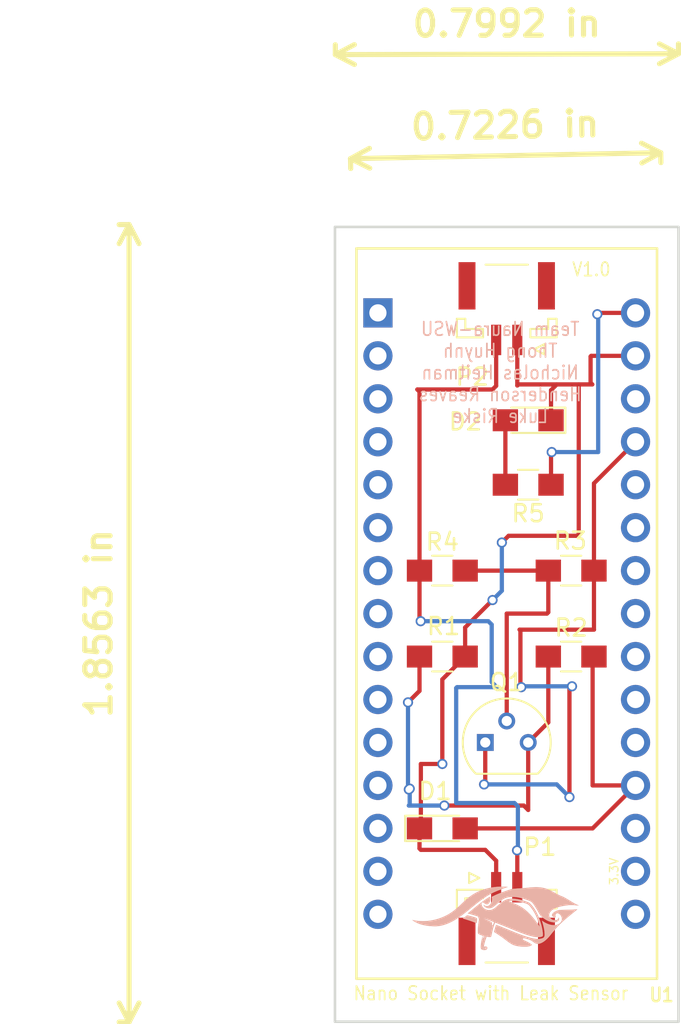
<source format=kicad_pcb>
(kicad_pcb (version 4) (host pcbnew 4.0.7)

  (general
    (links 17)
    (no_connects 0)
    (area 118.014287 46.4 158.825001 106.755001)
    (thickness 1.6)
    (drawings 10)
    (tracks 110)
    (zones 0)
    (modules 12)
    (nets 9)
  )

  (page A4)
  (title_block
    (title Arduino_Nano_Shield_Layout)
    (date 2018-03-26)
    (rev 0)
    (company "Author: Thong Huynh")
    (comment 1 "Naura - WSU")
  )

  (layers
    (0 F.Cu signal)
    (31 B.Cu signal)
    (32 B.Adhes user)
    (33 F.Adhes user)
    (34 B.Paste user)
    (35 F.Paste user)
    (36 B.SilkS user)
    (37 F.SilkS user)
    (38 B.Mask user)
    (39 F.Mask user)
    (40 Dwgs.User user)
    (41 Cmts.User user)
    (42 Eco1.User user)
    (43 Eco2.User user)
    (44 Edge.Cuts user)
    (45 Margin user)
    (46 B.CrtYd user)
    (47 F.CrtYd user)
    (48 B.Fab user)
    (49 F.Fab user)
  )

  (setup
    (last_trace_width 0.25)
    (trace_clearance 0.2)
    (zone_clearance 0.508)
    (zone_45_only no)
    (trace_min 0.2)
    (segment_width 0.2)
    (edge_width 0.15)
    (via_size 0.6)
    (via_drill 0.4)
    (via_min_size 0.4)
    (via_min_drill 0.3)
    (uvia_size 0.3)
    (uvia_drill 0.1)
    (uvias_allowed no)
    (uvia_min_size 0.2)
    (uvia_min_drill 0.1)
    (pcb_text_width 0.3)
    (pcb_text_size 1.5 1.5)
    (mod_edge_width 0.15)
    (mod_text_size 1 1)
    (mod_text_width 0.15)
    (pad_size 1.7272 1.7272)
    (pad_drill 1.016)
    (pad_to_mask_clearance 0.2)
    (aux_axis_origin 107.95 52.578)
    (visible_elements 7FFFFFFF)
    (pcbplotparams
      (layerselection 0x00030_80000001)
      (usegerberextensions false)
      (excludeedgelayer true)
      (linewidth 0.100000)
      (plotframeref false)
      (viasonmask false)
      (mode 1)
      (useauxorigin false)
      (hpglpennumber 1)
      (hpglpenspeed 20)
      (hpglpendiameter 15)
      (hpglpenoverlay 2)
      (psnegative false)
      (psa4output false)
      (plotreference true)
      (plotvalue true)
      (plotinvisibletext false)
      (padsonsilk false)
      (subtractmaskfromsilk false)
      (outputformat 1)
      (mirror false)
      (drillshape 1)
      (scaleselection 1)
      (outputdirectory ""))
  )

  (net 0 "")
  (net 1 GND)
  (net 2 "Net-(D2-Pad2)")
  (net 3 /SIGNAL)
  (net 4 VCC)
  (net 5 +5V)
  (net 6 PROBE)
  (net 7 "Net-(Q1-Pad2)")
  (net 8 "Net-(Q1-Pad3)")

  (net_class Default "This is the default net class."
    (clearance 0.2)
    (trace_width 0.25)
    (via_dia 0.6)
    (via_drill 0.4)
    (uvia_dia 0.3)
    (uvia_drill 0.1)
    (add_net +5V)
    (add_net /SIGNAL)
    (add_net GND)
    (add_net "Net-(D2-Pad2)")
    (add_net "Net-(Q1-Pad2)")
    (add_net "Net-(Q1-Pad3)")
    (add_net PROBE)
    (add_net VCC)
  )

  (module custom_nano_footprint:Arduino_Nano_Socket (layer F.Cu) (tedit 5ABCA3E0) (tstamp 5ABC73A7)
    (at 148.59 104.14)
    (descr https://store.arduino.cc/arduino-nano)
    (path /5ABAB6CE)
    (zone_connect 2)
    (fp_text reference U1 (at 9.16 0.96) (layer F.SilkS)
      (effects (font (size 0.8 0.7) (thickness 0.15)))
    )
    (fp_text value Arduino_Nano_Socket (at 0 -21.082 90) (layer F.Fab)
      (effects (font (size 1 1) (thickness 0.15)))
    )
    (fp_text user 3.3V (at 6.35 -6.35 90) (layer F.SilkS)
      (effects (font (size 0.5 0.5) (thickness 0.075)))
    )
    (fp_line (start -3.302 1.778) (end -9.144 1.778) (layer F.CrtYd) (width 0.15))
    (fp_line (start -9.144 1.778) (end -9.144 -22.606) (layer F.CrtYd) (width 0.15))
    (fp_line (start -9.144 -22.606) (end -9.144 -43.434) (layer F.CrtYd) (width 0.15))
    (fp_line (start -9.144 -43.434) (end 9.144 -43.434) (layer F.CrtYd) (width 0.15))
    (fp_line (start 9.144 -43.434) (end 9.144 1.778) (layer F.CrtYd) (width 0.15))
    (fp_line (start 9.144 1.778) (end -3.302 1.778) (layer F.CrtYd) (width 0.15))
    (fp_line (start -8.89 -43.18) (end 8.89 -43.18) (layer F.SilkS) (width 0.15))
    (fp_line (start -8.89 0) (end 8.89 0) (layer F.SilkS) (width 0.15))
    (fp_line (start 8.89 -43.18) (end 8.89 0) (layer F.SilkS) (width 0.15))
    (fp_line (start -8.89 -43.18) (end -8.89 0) (layer F.SilkS) (width 0.15))
    (pad VIN thru_hole circle (at 7.62 -39.37) (size 1.7272 1.7272) (drill 1.016) (layers *.Cu *.Mask)
      (net 4 VCC) (zone_connect 2))
    (pad GND2 thru_hole circle (at 7.62 -36.83) (size 1.7272 1.7272) (drill 1.016) (layers *.Cu *.Mask)
      (net 1 GND) (zone_connect 2))
    (pad RST2 thru_hole circle (at 7.62 -34.29) (size 1.7272 1.7272) (drill 1.016) (layers *.Cu *.Mask)
      (zone_connect 2))
    (pad 5V thru_hole circle (at 7.62 -31.75) (size 1.7272 1.7272) (drill 1.016) (layers *.Cu *.Mask)
      (net 5 +5V) (zone_connect 2))
    (pad A7 thru_hole circle (at 7.62 -29.21) (size 1.7272 1.7272) (drill 1.016) (layers *.Cu *.Mask)
      (zone_connect 2))
    (pad A6 thru_hole circle (at 7.62 -26.67) (size 1.7272 1.7272) (drill 1.016) (layers *.Cu *.Mask)
      (zone_connect 2))
    (pad A5 thru_hole circle (at 7.62 -24.13) (size 1.7272 1.7272) (drill 1.016) (layers *.Cu *.Mask)
      (zone_connect 2))
    (pad A4 thru_hole circle (at 7.62 -21.59) (size 1.7272 1.7272) (drill 1.016) (layers *.Cu *.Mask)
      (zone_connect 2))
    (pad A3 thru_hole circle (at 7.62 -19.05) (size 1.7272 1.7272) (drill 1.016) (layers *.Cu *.Mask)
      (zone_connect 2))
    (pad A2 thru_hole circle (at 7.62 -16.51) (size 1.7272 1.7272) (drill 1.016) (layers *.Cu *.Mask)
      (zone_connect 2))
    (pad A1 thru_hole circle (at 7.62 -13.97) (size 1.7272 1.7272) (drill 1.016) (layers *.Cu *.Mask)
      (zone_connect 2))
    (pad A0 thru_hole circle (at 7.62 -11.43) (size 1.7272 1.7272) (drill 1.016) (layers *.Cu *.Mask)
      (net 3 /SIGNAL) (zone_connect 2))
    (pad AREF thru_hole circle (at 7.62 -8.89) (size 1.7272 1.7272) (drill 1.016) (layers *.Cu *.Mask)
      (zone_connect 2))
    (pad 3V3 thru_hole circle (at 7.62 -6.35) (size 1.7272 1.7272) (drill 1.016) (layers *.Cu *.Mask)
      (zone_connect 2))
    (pad D13 thru_hole circle (at 7.62 -3.81) (size 1.7272 1.7272) (drill 1.016) (layers *.Cu *.Mask)
      (zone_connect 2))
    (pad D12 thru_hole circle (at -7.62 -3.81) (size 1.7272 1.7272) (drill 1.016) (layers *.Cu *.Mask)
      (zone_connect 2))
    (pad D11 thru_hole circle (at -7.62 -6.35) (size 1.7272 1.7272) (drill 1.016) (layers *.Cu *.Mask)
      (zone_connect 2))
    (pad D10 thru_hole circle (at -7.62 -8.89) (size 1.7272 1.7272) (drill 1.016) (layers *.Cu *.Mask)
      (zone_connect 2))
    (pad D9 thru_hole circle (at -7.62 -11.43) (size 1.7272 1.7272) (drill 1.016) (layers *.Cu *.Mask)
      (zone_connect 2))
    (pad D8 thru_hole circle (at -7.62 -13.97) (size 1.7272 1.7272) (drill 1.016) (layers *.Cu *.Mask)
      (zone_connect 2))
    (pad D7 thru_hole circle (at -7.62 -16.51) (size 1.7272 1.7272) (drill 1.016) (layers *.Cu *.Mask)
      (zone_connect 2))
    (pad D6 thru_hole circle (at -7.62 -19.05) (size 1.7272 1.7272) (drill 1.016) (layers *.Cu *.Mask)
      (zone_connect 2))
    (pad D5 thru_hole circle (at -7.62 -21.59) (size 1.7272 1.7272) (drill 1.016) (layers *.Cu *.Mask)
      (zone_connect 2))
    (pad D4 thru_hole circle (at -7.62 -24.13) (size 1.7272 1.7272) (drill 1.016) (layers *.Cu *.Mask)
      (zone_connect 2))
    (pad D3 thru_hole circle (at -7.62 -26.67) (size 1.7272 1.7272) (drill 1.016) (layers *.Cu *.Mask)
      (zone_connect 2))
    (pad D2 thru_hole circle (at -7.62 -29.21) (size 1.7272 1.7272) (drill 1.016) (layers *.Cu *.Mask)
      (zone_connect 2))
    (pad GND1 thru_hole circle (at -7.62 -31.75) (size 1.7272 1.7272) (drill 1.016) (layers *.Cu *.Mask)
      (zone_connect 2))
    (pad RST1 thru_hole circle (at -7.62 -34.29) (size 1.7272 1.7272) (drill 1.016) (layers *.Cu *.Mask)
      (zone_connect 2))
    (pad D0 thru_hole circle (at -7.62 -36.83) (size 1.7272 1.7272) (drill 1.016) (layers *.Cu *.Mask)
      (zone_connect 2))
    (pad D1 thru_hole rect (at -7.62 -39.37) (size 1.7272 1.7272) (drill 1.016) (layers *.Cu *.Mask)
      (zone_connect 2))
    (pad "" np_thru_hole circle (at -7.62 -41.91) (size 1.85 1.85) (drill 1.85) (layers *.Cu *.Mask)
      (zone_connect 2))
    (pad "" np_thru_hole circle (at 7.62 -41.91) (size 1.85 1.85) (drill 1.85) (layers *.Cu *.Mask)
      (zone_connect 2))
    (pad "" np_thru_hole circle (at -7.62 -1.27) (size 1.85 1.85) (drill 1.85) (layers *.Cu *.Mask)
      (zone_connect 2))
    (pad "" np_thru_hole circle (at 7.62 -1.27) (size 1.85 1.85) (drill 1.85) (layers *.Cu *.Mask)
      (zone_connect 2))
  )

  (module LEDs:LED_0805_HandSoldering (layer F.Cu) (tedit 5ABC9DE6) (tstamp 5ABC7302)
    (at 144.78 95.25)
    (descr "Resistor SMD 0805, hand soldering")
    (tags "resistor 0805")
    (path /5AB8A818)
    (attr smd)
    (fp_text reference D1 (at -0.43 -2.2) (layer F.SilkS)
      (effects (font (size 1 1) (thickness 0.15)))
    )
    (fp_text value LED (at -0.93 2.35) (layer F.Fab)
      (effects (font (size 1 1) (thickness 0.15)))
    )
    (fp_line (start -0.4 -0.4) (end -0.4 0.4) (layer F.Fab) (width 0.1))
    (fp_line (start -0.4 0) (end 0.2 -0.4) (layer F.Fab) (width 0.1))
    (fp_line (start 0.2 0.4) (end -0.4 0) (layer F.Fab) (width 0.1))
    (fp_line (start 0.2 -0.4) (end 0.2 0.4) (layer F.Fab) (width 0.1))
    (fp_line (start -1 0.62) (end -1 -0.62) (layer F.Fab) (width 0.1))
    (fp_line (start 1 0.62) (end -1 0.62) (layer F.Fab) (width 0.1))
    (fp_line (start 1 -0.62) (end 1 0.62) (layer F.Fab) (width 0.1))
    (fp_line (start -1 -0.62) (end 1 -0.62) (layer F.Fab) (width 0.1))
    (fp_line (start 1 0.75) (end -2.2 0.75) (layer F.SilkS) (width 0.12))
    (fp_line (start -2.2 -0.75) (end 1 -0.75) (layer F.SilkS) (width 0.12))
    (fp_line (start -2.35 -0.9) (end 2.35 -0.9) (layer F.CrtYd) (width 0.05))
    (fp_line (start -2.35 -0.9) (end -2.35 0.9) (layer F.CrtYd) (width 0.05))
    (fp_line (start 2.35 0.9) (end 2.35 -0.9) (layer F.CrtYd) (width 0.05))
    (fp_line (start 2.35 0.9) (end -2.35 0.9) (layer F.CrtYd) (width 0.05))
    (fp_line (start -2.2 -0.75) (end -2.2 0.75) (layer F.SilkS) (width 0.12))
    (pad 1 smd rect (at -1.35 0) (size 1.5 1.3) (layers F.Cu F.Paste F.Mask)
      (net 1 GND))
    (pad 2 smd rect (at 1.35 0) (size 1.5 1.3) (layers F.Cu F.Paste F.Mask)
      (net 3 /SIGNAL))
    (model ${KISYS3DMOD}/LEDs.3dshapes/LED_0805.wrl
      (at (xyz 0 0 0))
      (scale (xyz 1 1 1))
      (rotate (xyz 0 0 0))
    )
  )

  (module LEDs:LED_0805_HandSoldering (layer F.Cu) (tedit 5ABC9DA5) (tstamp 5ABC7308)
    (at 149.86 71.12 180)
    (descr "Resistor SMD 0805, hand soldering")
    (tags "resistor 0805")
    (path /5AB8D035)
    (attr smd)
    (fp_text reference D2 (at 3.71 -0.08 180) (layer F.SilkS)
      (effects (font (size 1 1) (thickness 0.15)))
    )
    (fp_text value LED (at 0 1.75 180) (layer F.Fab)
      (effects (font (size 1 1) (thickness 0.15)))
    )
    (fp_line (start -0.4 -0.4) (end -0.4 0.4) (layer F.Fab) (width 0.1))
    (fp_line (start -0.4 0) (end 0.2 -0.4) (layer F.Fab) (width 0.1))
    (fp_line (start 0.2 0.4) (end -0.4 0) (layer F.Fab) (width 0.1))
    (fp_line (start 0.2 -0.4) (end 0.2 0.4) (layer F.Fab) (width 0.1))
    (fp_line (start -1 0.62) (end -1 -0.62) (layer F.Fab) (width 0.1))
    (fp_line (start 1 0.62) (end -1 0.62) (layer F.Fab) (width 0.1))
    (fp_line (start 1 -0.62) (end 1 0.62) (layer F.Fab) (width 0.1))
    (fp_line (start -1 -0.62) (end 1 -0.62) (layer F.Fab) (width 0.1))
    (fp_line (start 1 0.75) (end -2.2 0.75) (layer F.SilkS) (width 0.12))
    (fp_line (start -2.2 -0.75) (end 1 -0.75) (layer F.SilkS) (width 0.12))
    (fp_line (start -2.35 -0.9) (end 2.35 -0.9) (layer F.CrtYd) (width 0.05))
    (fp_line (start -2.35 -0.9) (end -2.35 0.9) (layer F.CrtYd) (width 0.05))
    (fp_line (start 2.35 0.9) (end 2.35 -0.9) (layer F.CrtYd) (width 0.05))
    (fp_line (start 2.35 0.9) (end -2.35 0.9) (layer F.CrtYd) (width 0.05))
    (fp_line (start -2.2 -0.75) (end -2.2 0.75) (layer F.SilkS) (width 0.12))
    (pad 1 smd rect (at -1.35 0 180) (size 1.5 1.3) (layers F.Cu F.Paste F.Mask)
      (net 1 GND))
    (pad 2 smd rect (at 1.35 0 180) (size 1.5 1.3) (layers F.Cu F.Paste F.Mask)
      (net 2 "Net-(D2-Pad2)"))
    (model ${KISYS3DMOD}/LEDs.3dshapes/LED_0805.wrl
      (at (xyz 0 0 0))
      (scale (xyz 1 1 1))
      (rotate (xyz 0 0 0))
    )
  )

  (module Connectors_JST:JST_GH_SM02B-GHS-TB_02x1.25mm_Angled (layer F.Cu) (tedit 5ABC9DEF) (tstamp 5ABC7332)
    (at 148.59 100.33)
    (descr "JST GH series connector, SM02B-GHS-TB, side entry type")
    (tags "connector jst GH SMT side horizontal entry 1.25mm pitch")
    (path /5AB8A631)
    (attr smd)
    (fp_text reference P1 (at 1.96 -3.98) (layer F.SilkS)
      (effects (font (size 1 1) (thickness 0.15)))
    )
    (fp_text value Probe_Port (at 0 4.45) (layer F.Fab)
      (effects (font (size 1 1) (thickness 0.15)))
    )
    (fp_text user %R (at 0 0.45) (layer F.Fab)
      (effects (font (size 1 1) (thickness 0.15)))
    )
    (fp_line (start -2.85 -1.3) (end -2.85 2.75) (layer F.Fab) (width 0.1))
    (fp_line (start -2.85 2.75) (end 2.85 2.75) (layer F.Fab) (width 0.1))
    (fp_line (start 2.85 2.75) (end 2.85 -1.3) (layer F.Fab) (width 0.1))
    (fp_line (start 2.85 -1.3) (end -2.85 -1.3) (layer F.Fab) (width 0.1))
    (fp_line (start -1.25 2.85) (end 1.25 2.85) (layer F.SilkS) (width 0.12))
    (fp_line (start -2.95 -0.35) (end -2.95 -1.45) (layer F.SilkS) (width 0.12))
    (fp_line (start -2.95 -1.45) (end -1.4 -1.45) (layer F.SilkS) (width 0.12))
    (fp_line (start -1.4 -1.45) (end -1.4 -0.95) (layer F.SilkS) (width 0.12))
    (fp_line (start -1.4 -0.95) (end -2.45 -0.95) (layer F.SilkS) (width 0.12))
    (fp_line (start -2.45 -0.95) (end -2.45 -0.35) (layer F.SilkS) (width 0.12))
    (fp_line (start -2.45 -0.35) (end -2.95 -0.35) (layer F.SilkS) (width 0.12))
    (fp_line (start 2.95 -0.35) (end 2.95 -1.45) (layer F.SilkS) (width 0.12))
    (fp_line (start 2.95 -1.45) (end 1.4 -1.45) (layer F.SilkS) (width 0.12))
    (fp_line (start 1.4 -1.45) (end 1.4 -0.95) (layer F.SilkS) (width 0.12))
    (fp_line (start 1.4 -0.95) (end 2.45 -0.95) (layer F.SilkS) (width 0.12))
    (fp_line (start 2.45 -0.95) (end 2.45 -0.35) (layer F.SilkS) (width 0.12))
    (fp_line (start 2.45 -0.35) (end 2.95 -0.35) (layer F.SilkS) (width 0.12))
    (fp_line (start -1.625 -2.15) (end -2.225 -2.45) (layer F.SilkS) (width 0.12))
    (fp_line (start -2.225 -2.45) (end -2.225 -1.85) (layer F.SilkS) (width 0.12))
    (fp_line (start -2.225 -1.85) (end -1.625 -2.15) (layer F.SilkS) (width 0.12))
    (fp_line (start -1.625 -2.15) (end -2.225 -2.45) (layer F.Fab) (width 0.1))
    (fp_line (start -2.225 -2.45) (end -2.225 -1.85) (layer F.Fab) (width 0.1))
    (fp_line (start -2.225 -1.85) (end -1.625 -2.15) (layer F.Fab) (width 0.1))
    (fp_line (start -0.875 2.7) (end -0.875 1.2) (layer F.Fab) (width 0.1))
    (fp_line (start -0.875 1.2) (end -0.375 1.2) (layer F.Fab) (width 0.1))
    (fp_line (start -0.375 1.2) (end -0.375 2.7) (layer F.Fab) (width 0.1))
    (fp_line (start 0.375 2.7) (end 0.375 1.2) (layer F.Fab) (width 0.1))
    (fp_line (start 0.375 1.2) (end 0.875 1.2) (layer F.Fab) (width 0.1))
    (fp_line (start 0.875 1.2) (end 0.875 2.7) (layer F.Fab) (width 0.1))
    (fp_line (start -3.35 -3.1) (end -3.35 3.5) (layer F.CrtYd) (width 0.05))
    (fp_line (start -3.35 3.5) (end 3.35 3.5) (layer F.CrtYd) (width 0.05))
    (fp_line (start 3.35 3.5) (end 3.35 -3.1) (layer F.CrtYd) (width 0.05))
    (fp_line (start 3.35 -3.1) (end -3.35 -3.1) (layer F.CrtYd) (width 0.05))
    (pad 1 smd rect (at -0.625 -1.6) (size 0.6 1.8) (layers F.Cu F.Paste F.Mask)
      (net 1 GND))
    (pad 2 smd rect (at 0.625 -1.6) (size 0.6 1.8) (layers F.Cu F.Paste F.Mask)
      (net 6 PROBE))
    (pad "" smd rect (at 2.35 1.6) (size 1 2.8) (layers F.Cu F.Paste F.Mask))
    (pad "" smd rect (at -2.35 1.6) (size 1 2.8) (layers F.Cu F.Paste F.Mask))
  )

  (module Connectors_JST:JST_GH_SM02B-GHS-TB_02x1.25mm_Angled (layer F.Cu) (tedit 5ABC9DB8) (tstamp 5ABC735C)
    (at 148.59 64.77 180)
    (descr "JST GH series connector, SM02B-GHS-TB, side entry type")
    (tags "connector jst GH SMT side horizontal entry 1.25mm pitch")
    (path /5AB8A66B)
    (attr smd)
    (fp_text reference P2 (at 2.04 -3.78 180) (layer F.SilkS)
      (effects (font (size 1 1) (thickness 0.15)))
    )
    (fp_text value Probe_Port (at 0 4.45 180) (layer F.Fab)
      (effects (font (size 1 1) (thickness 0.15)))
    )
    (fp_text user %R (at 0 0.45 180) (layer F.Fab)
      (effects (font (size 1 1) (thickness 0.15)))
    )
    (fp_line (start -2.85 -1.3) (end -2.85 2.75) (layer F.Fab) (width 0.1))
    (fp_line (start -2.85 2.75) (end 2.85 2.75) (layer F.Fab) (width 0.1))
    (fp_line (start 2.85 2.75) (end 2.85 -1.3) (layer F.Fab) (width 0.1))
    (fp_line (start 2.85 -1.3) (end -2.85 -1.3) (layer F.Fab) (width 0.1))
    (fp_line (start -1.25 2.85) (end 1.25 2.85) (layer F.SilkS) (width 0.12))
    (fp_line (start -2.95 -0.35) (end -2.95 -1.45) (layer F.SilkS) (width 0.12))
    (fp_line (start -2.95 -1.45) (end -1.4 -1.45) (layer F.SilkS) (width 0.12))
    (fp_line (start -1.4 -1.45) (end -1.4 -0.95) (layer F.SilkS) (width 0.12))
    (fp_line (start -1.4 -0.95) (end -2.45 -0.95) (layer F.SilkS) (width 0.12))
    (fp_line (start -2.45 -0.95) (end -2.45 -0.35) (layer F.SilkS) (width 0.12))
    (fp_line (start -2.45 -0.35) (end -2.95 -0.35) (layer F.SilkS) (width 0.12))
    (fp_line (start 2.95 -0.35) (end 2.95 -1.45) (layer F.SilkS) (width 0.12))
    (fp_line (start 2.95 -1.45) (end 1.4 -1.45) (layer F.SilkS) (width 0.12))
    (fp_line (start 1.4 -1.45) (end 1.4 -0.95) (layer F.SilkS) (width 0.12))
    (fp_line (start 1.4 -0.95) (end 2.45 -0.95) (layer F.SilkS) (width 0.12))
    (fp_line (start 2.45 -0.95) (end 2.45 -0.35) (layer F.SilkS) (width 0.12))
    (fp_line (start 2.45 -0.35) (end 2.95 -0.35) (layer F.SilkS) (width 0.12))
    (fp_line (start -1.625 -2.15) (end -2.225 -2.45) (layer F.SilkS) (width 0.12))
    (fp_line (start -2.225 -2.45) (end -2.225 -1.85) (layer F.SilkS) (width 0.12))
    (fp_line (start -2.225 -1.85) (end -1.625 -2.15) (layer F.SilkS) (width 0.12))
    (fp_line (start -1.625 -2.15) (end -2.225 -2.45) (layer F.Fab) (width 0.1))
    (fp_line (start -2.225 -2.45) (end -2.225 -1.85) (layer F.Fab) (width 0.1))
    (fp_line (start -2.225 -1.85) (end -1.625 -2.15) (layer F.Fab) (width 0.1))
    (fp_line (start -0.875 2.7) (end -0.875 1.2) (layer F.Fab) (width 0.1))
    (fp_line (start -0.875 1.2) (end -0.375 1.2) (layer F.Fab) (width 0.1))
    (fp_line (start -0.375 1.2) (end -0.375 2.7) (layer F.Fab) (width 0.1))
    (fp_line (start 0.375 2.7) (end 0.375 1.2) (layer F.Fab) (width 0.1))
    (fp_line (start 0.375 1.2) (end 0.875 1.2) (layer F.Fab) (width 0.1))
    (fp_line (start 0.875 1.2) (end 0.875 2.7) (layer F.Fab) (width 0.1))
    (fp_line (start -3.35 -3.1) (end -3.35 3.5) (layer F.CrtYd) (width 0.05))
    (fp_line (start -3.35 3.5) (end 3.35 3.5) (layer F.CrtYd) (width 0.05))
    (fp_line (start 3.35 3.5) (end 3.35 -3.1) (layer F.CrtYd) (width 0.05))
    (fp_line (start 3.35 -3.1) (end -3.35 -3.1) (layer F.CrtYd) (width 0.05))
    (pad 1 smd rect (at -0.625 -1.6 180) (size 0.6 1.8) (layers F.Cu F.Paste F.Mask)
      (net 1 GND))
    (pad 2 smd rect (at 0.625 -1.6 180) (size 0.6 1.8) (layers F.Cu F.Paste F.Mask)
      (net 6 PROBE))
    (pad "" smd rect (at 2.35 1.6 180) (size 1 2.8) (layers F.Cu F.Paste F.Mask))
    (pad "" smd rect (at -2.35 1.6 180) (size 1 2.8) (layers F.Cu F.Paste F.Mask))
  )

  (module TO_SOT_Packages_THT:TO-92_Molded_Narrow placed (layer F.Cu) (tedit 5ABC9DDA) (tstamp 5ABC7363)
    (at 147.32 90.17)
    (descr "TO-92 leads molded, narrow, drill 0.6mm (see NXP sot054_po.pdf)")
    (tags "to-92 sc-43 sc-43a sot54 PA33 transistor")
    (path /5AB8A6A1)
    (fp_text reference Q1 (at 1.27 -3.56) (layer F.SilkS)
      (effects (font (size 1 1) (thickness 0.15)))
    )
    (fp_text value 2N3906 (at 1.18 2.73) (layer F.Fab)
      (effects (font (size 1 1) (thickness 0.15)))
    )
    (fp_text user %R (at 1.27 -3.56) (layer F.Fab)
      (effects (font (size 1 1) (thickness 0.15)))
    )
    (fp_line (start -0.53 1.85) (end 3.07 1.85) (layer F.SilkS) (width 0.12))
    (fp_line (start -0.5 1.75) (end 3 1.75) (layer F.Fab) (width 0.1))
    (fp_line (start -1.46 -2.73) (end 4 -2.73) (layer F.CrtYd) (width 0.05))
    (fp_line (start -1.46 -2.73) (end -1.46 2.01) (layer F.CrtYd) (width 0.05))
    (fp_line (start 4 2.01) (end 4 -2.73) (layer F.CrtYd) (width 0.05))
    (fp_line (start 4 2.01) (end -1.46 2.01) (layer F.CrtYd) (width 0.05))
    (fp_arc (start 1.27 0) (end 1.27 -2.48) (angle 135) (layer F.Fab) (width 0.1))
    (fp_arc (start 1.27 0) (end 1.27 -2.6) (angle -135) (layer F.SilkS) (width 0.12))
    (fp_arc (start 1.27 0) (end 1.27 -2.48) (angle -135) (layer F.Fab) (width 0.1))
    (fp_arc (start 1.27 0) (end 1.27 -2.6) (angle 135) (layer F.SilkS) (width 0.12))
    (pad 2 thru_hole circle (at 1.27 -1.27 90) (size 1 1) (drill 0.6) (layers *.Cu *.Mask)
      (net 7 "Net-(Q1-Pad2)"))
    (pad 3 thru_hole circle (at 2.54 0 90) (size 1 1) (drill 0.6) (layers *.Cu *.Mask)
      (net 8 "Net-(Q1-Pad3)"))
    (pad 1 thru_hole rect (at 0 0 90) (size 1 1) (drill 0.6) (layers *.Cu *.Mask)
      (net 5 +5V))
    (model ${KISYS3DMOD}/TO_SOT_Packages_THT.3dshapes/TO-92_Molded_Narrow.wrl
      (at (xyz 0.05 0 0))
      (scale (xyz 1 1 1))
      (rotate (xyz 0 0 -90))
    )
  )

  (module Resistors_SMD:R_0805_HandSoldering (layer F.Cu) (tedit 5ABCA2C1) (tstamp 5ABC7369)
    (at 144.78 85.09)
    (descr "Resistor SMD 0805, hand soldering")
    (tags "resistor 0805")
    (path /5AB8A7C2)
    (attr smd)
    (fp_text reference R1 (at 0.07 -1.79) (layer F.SilkS)
      (effects (font (size 1 1) (thickness 0.15)))
    )
    (fp_text value 1K (at -0.28 1.76) (layer F.Fab)
      (effects (font (size 1 1) (thickness 0.15)))
    )
    (fp_text user %R (at 0 0) (layer F.Fab)
      (effects (font (size 0.5 0.5) (thickness 0.075)))
    )
    (fp_line (start -1 0.62) (end -1 -0.62) (layer F.Fab) (width 0.1))
    (fp_line (start 1 0.62) (end -1 0.62) (layer F.Fab) (width 0.1))
    (fp_line (start 1 -0.62) (end 1 0.62) (layer F.Fab) (width 0.1))
    (fp_line (start -1 -0.62) (end 1 -0.62) (layer F.Fab) (width 0.1))
    (fp_line (start 0.6 0.88) (end -0.6 0.88) (layer F.SilkS) (width 0.12))
    (fp_line (start -0.6 -0.88) (end 0.6 -0.88) (layer F.SilkS) (width 0.12))
    (fp_line (start -2.35 -0.9) (end 2.35 -0.9) (layer F.CrtYd) (width 0.05))
    (fp_line (start -2.35 -0.9) (end -2.35 0.9) (layer F.CrtYd) (width 0.05))
    (fp_line (start 2.35 0.9) (end 2.35 -0.9) (layer F.CrtYd) (width 0.05))
    (fp_line (start 2.35 0.9) (end -2.35 0.9) (layer F.CrtYd) (width 0.05))
    (pad 1 smd rect (at -1.35 0) (size 1.5 1.3) (layers F.Cu F.Paste F.Mask)
      (net 8 "Net-(Q1-Pad3)"))
    (pad 2 smd rect (at 1.35 0) (size 1.5 1.3) (layers F.Cu F.Paste F.Mask)
      (net 1 GND))
    (model ${KISYS3DMOD}/Resistors_SMD.3dshapes/R_0805.wrl
      (at (xyz 0 0 0))
      (scale (xyz 1 1 1))
      (rotate (xyz 0 0 0))
    )
  )

  (module Resistors_SMD:R_0805_HandSoldering (layer F.Cu) (tedit 58E0A804) (tstamp 5ABC736F)
    (at 152.4 85.09)
    (descr "Resistor SMD 0805, hand soldering")
    (tags "resistor 0805")
    (path /5AB8A791)
    (attr smd)
    (fp_text reference R2 (at 0 -1.7) (layer F.SilkS)
      (effects (font (size 1 1) (thickness 0.15)))
    )
    (fp_text value 220 (at 0 1.75) (layer F.Fab)
      (effects (font (size 1 1) (thickness 0.15)))
    )
    (fp_text user %R (at 0 0) (layer F.Fab)
      (effects (font (size 0.5 0.5) (thickness 0.075)))
    )
    (fp_line (start -1 0.62) (end -1 -0.62) (layer F.Fab) (width 0.1))
    (fp_line (start 1 0.62) (end -1 0.62) (layer F.Fab) (width 0.1))
    (fp_line (start 1 -0.62) (end 1 0.62) (layer F.Fab) (width 0.1))
    (fp_line (start -1 -0.62) (end 1 -0.62) (layer F.Fab) (width 0.1))
    (fp_line (start 0.6 0.88) (end -0.6 0.88) (layer F.SilkS) (width 0.12))
    (fp_line (start -0.6 -0.88) (end 0.6 -0.88) (layer F.SilkS) (width 0.12))
    (fp_line (start -2.35 -0.9) (end 2.35 -0.9) (layer F.CrtYd) (width 0.05))
    (fp_line (start -2.35 -0.9) (end -2.35 0.9) (layer F.CrtYd) (width 0.05))
    (fp_line (start 2.35 0.9) (end 2.35 -0.9) (layer F.CrtYd) (width 0.05))
    (fp_line (start 2.35 0.9) (end -2.35 0.9) (layer F.CrtYd) (width 0.05))
    (pad 1 smd rect (at -1.35 0) (size 1.5 1.3) (layers F.Cu F.Paste F.Mask)
      (net 8 "Net-(Q1-Pad3)"))
    (pad 2 smd rect (at 1.35 0) (size 1.5 1.3) (layers F.Cu F.Paste F.Mask)
      (net 3 /SIGNAL))
    (model ${KISYS3DMOD}/Resistors_SMD.3dshapes/R_0805.wrl
      (at (xyz 0 0 0))
      (scale (xyz 1 1 1))
      (rotate (xyz 0 0 0))
    )
  )

  (module Resistors_SMD:R_0805_HandSoldering (layer F.Cu) (tedit 5ABCA2C4) (tstamp 5ABC7375)
    (at 152.4 80.01 180)
    (descr "Resistor SMD 0805, hand soldering")
    (tags "resistor 0805")
    (path /5AB8A724)
    (attr smd)
    (fp_text reference R3 (at 0.05 1.76 180) (layer F.SilkS)
      (effects (font (size 1 1) (thickness 0.15)))
    )
    (fp_text value 27K (at -0.05 -1.84 180) (layer F.Fab)
      (effects (font (size 1 1) (thickness 0.15)))
    )
    (fp_text user %R (at 0 0 180) (layer F.Fab)
      (effects (font (size 0.5 0.5) (thickness 0.075)))
    )
    (fp_line (start -1 0.62) (end -1 -0.62) (layer F.Fab) (width 0.1))
    (fp_line (start 1 0.62) (end -1 0.62) (layer F.Fab) (width 0.1))
    (fp_line (start 1 -0.62) (end 1 0.62) (layer F.Fab) (width 0.1))
    (fp_line (start -1 -0.62) (end 1 -0.62) (layer F.Fab) (width 0.1))
    (fp_line (start 0.6 0.88) (end -0.6 0.88) (layer F.SilkS) (width 0.12))
    (fp_line (start -0.6 -0.88) (end 0.6 -0.88) (layer F.SilkS) (width 0.12))
    (fp_line (start -2.35 -0.9) (end 2.35 -0.9) (layer F.CrtYd) (width 0.05))
    (fp_line (start -2.35 -0.9) (end -2.35 0.9) (layer F.CrtYd) (width 0.05))
    (fp_line (start 2.35 0.9) (end 2.35 -0.9) (layer F.CrtYd) (width 0.05))
    (fp_line (start 2.35 0.9) (end -2.35 0.9) (layer F.CrtYd) (width 0.05))
    (pad 1 smd rect (at -1.35 0 180) (size 1.5 1.3) (layers F.Cu F.Paste F.Mask)
      (net 5 +5V))
    (pad 2 smd rect (at 1.35 0 180) (size 1.5 1.3) (layers F.Cu F.Paste F.Mask)
      (net 7 "Net-(Q1-Pad2)"))
    (model ${KISYS3DMOD}/Resistors_SMD.3dshapes/R_0805.wrl
      (at (xyz 0 0 0))
      (scale (xyz 1 1 1))
      (rotate (xyz 0 0 0))
    )
  )

  (module Resistors_SMD:R_0805_HandSoldering (layer F.Cu) (tedit 58E0A804) (tstamp 5ABC737B)
    (at 144.78 80.01)
    (descr "Resistor SMD 0805, hand soldering")
    (tags "resistor 0805")
    (path /5AB8A7F0)
    (attr smd)
    (fp_text reference R4 (at 0 -1.7) (layer F.SilkS)
      (effects (font (size 1 1) (thickness 0.15)))
    )
    (fp_text value 1K (at 0 1.75) (layer F.Fab)
      (effects (font (size 1 1) (thickness 0.15)))
    )
    (fp_text user %R (at 0 0) (layer F.Fab)
      (effects (font (size 0.5 0.5) (thickness 0.075)))
    )
    (fp_line (start -1 0.62) (end -1 -0.62) (layer F.Fab) (width 0.1))
    (fp_line (start 1 0.62) (end -1 0.62) (layer F.Fab) (width 0.1))
    (fp_line (start 1 -0.62) (end 1 0.62) (layer F.Fab) (width 0.1))
    (fp_line (start -1 -0.62) (end 1 -0.62) (layer F.Fab) (width 0.1))
    (fp_line (start 0.6 0.88) (end -0.6 0.88) (layer F.SilkS) (width 0.12))
    (fp_line (start -0.6 -0.88) (end 0.6 -0.88) (layer F.SilkS) (width 0.12))
    (fp_line (start -2.35 -0.9) (end 2.35 -0.9) (layer F.CrtYd) (width 0.05))
    (fp_line (start -2.35 -0.9) (end -2.35 0.9) (layer F.CrtYd) (width 0.05))
    (fp_line (start 2.35 0.9) (end 2.35 -0.9) (layer F.CrtYd) (width 0.05))
    (fp_line (start 2.35 0.9) (end -2.35 0.9) (layer F.CrtYd) (width 0.05))
    (pad 1 smd rect (at -1.35 0) (size 1.5 1.3) (layers F.Cu F.Paste F.Mask)
      (net 6 PROBE))
    (pad 2 smd rect (at 1.35 0) (size 1.5 1.3) (layers F.Cu F.Paste F.Mask)
      (net 7 "Net-(Q1-Pad2)"))
    (model ${KISYS3DMOD}/Resistors_SMD.3dshapes/R_0805.wrl
      (at (xyz 0 0 0))
      (scale (xyz 1 1 1))
      (rotate (xyz 0 0 0))
    )
  )

  (module Resistors_SMD:R_0805_HandSoldering (layer F.Cu) (tedit 5ABC9DAE) (tstamp 5ABC7381)
    (at 149.86 74.93 180)
    (descr "Resistor SMD 0805, hand soldering")
    (tags "resistor 0805")
    (path /5AB8CF4C)
    (attr smd)
    (fp_text reference R5 (at 0 -1.7 180) (layer F.SilkS)
      (effects (font (size 1 1) (thickness 0.15)))
    )
    (fp_text value 220 (at 0.26 1.68 180) (layer F.Fab)
      (effects (font (size 1 1) (thickness 0.15)))
    )
    (fp_text user %R (at 0 0 180) (layer F.Fab)
      (effects (font (size 0.5 0.5) (thickness 0.075)))
    )
    (fp_line (start -1 0.62) (end -1 -0.62) (layer F.Fab) (width 0.1))
    (fp_line (start 1 0.62) (end -1 0.62) (layer F.Fab) (width 0.1))
    (fp_line (start 1 -0.62) (end 1 0.62) (layer F.Fab) (width 0.1))
    (fp_line (start -1 -0.62) (end 1 -0.62) (layer F.Fab) (width 0.1))
    (fp_line (start 0.6 0.88) (end -0.6 0.88) (layer F.SilkS) (width 0.12))
    (fp_line (start -0.6 -0.88) (end 0.6 -0.88) (layer F.SilkS) (width 0.12))
    (fp_line (start -2.35 -0.9) (end 2.35 -0.9) (layer F.CrtYd) (width 0.05))
    (fp_line (start -2.35 -0.9) (end -2.35 0.9) (layer F.CrtYd) (width 0.05))
    (fp_line (start 2.35 0.9) (end 2.35 -0.9) (layer F.CrtYd) (width 0.05))
    (fp_line (start 2.35 0.9) (end -2.35 0.9) (layer F.CrtYd) (width 0.05))
    (pad 1 smd rect (at -1.35 0 180) (size 1.5 1.3) (layers F.Cu F.Paste F.Mask)
      (net 4 VCC))
    (pad 2 smd rect (at 1.35 0 180) (size 1.5 1.3) (layers F.Cu F.Paste F.Mask)
      (net 2 "Net-(D2-Pad2)"))
    (model ${KISYS3DMOD}/Resistors_SMD.3dshapes/R_0805.wrl
      (at (xyz 0 0 0))
      (scale (xyz 1 1 1))
      (rotate (xyz 0 0 0))
    )
  )

  (module custom_nano_footprint:robosub_logo-medium (layer B.Cu) (tedit 5ABD2400) (tstamp 5ABD2457)
    (at 148 100.45)
    (fp_text reference "" (at 0 0) (layer B.SilkS) hide
      (effects (font (thickness 0.3)) (justify mirror))
    )
    (fp_text value "" (at 0.75 0) (layer B.SilkS) hide
      (effects (font (thickness 0.3)) (justify mirror))
    )
    (fp_poly (pts (xy -3.630522 0.586779) (xy -3.608205 0.586576) (xy -3.588209 0.586171) (xy -3.569697 0.585523)
      (xy -3.551832 0.584591) (xy -3.533775 0.583331) (xy -3.514687 0.581704) (xy -3.493732 0.579665)
      (xy -3.476535 0.577869) (xy -3.399362 0.567949) (xy -3.321616 0.554586) (xy -3.243241 0.537754)
      (xy -3.164179 0.517431) (xy -3.084373 0.493592) (xy -3.003765 0.466215) (xy -2.922298 0.435276)
      (xy -2.839914 0.400751) (xy -2.756557 0.362617) (xy -2.672168 0.32085) (xy -2.586691 0.275426)
      (xy -2.500069 0.226322) (xy -2.412243 0.173515) (xy -2.323156 0.11698) (xy -2.27 0.08188)
      (xy -2.236933 0.059573) (xy -2.204022 0.037032) (xy -2.17108 0.014115) (xy -2.137922 -0.00932)
      (xy -2.104361 -0.033416) (xy -2.07021 -0.058315) (xy -2.035284 -0.08416) (xy -1.999397 -0.111093)
      (xy -1.962361 -0.139256) (xy -1.923992 -0.168792) (xy -1.884102 -0.199844) (xy -1.842506 -0.232554)
      (xy -1.799018 -0.267064) (xy -1.75345 -0.303516) (xy -1.705617 -0.342054) (xy -1.655333 -0.38282)
      (xy -1.602411 -0.425955) (xy -1.55 -0.468867) (xy -1.50476 -0.505964) (xy -1.462416 -0.540648)
      (xy -1.422788 -0.573063) (xy -1.385697 -0.603355) (xy -1.350962 -0.631666) (xy -1.318405 -0.658141)
      (xy -1.287844 -0.682925) (xy -1.259101 -0.706161) (xy -1.231995 -0.727993) (xy -1.206346 -0.748567)
      (xy -1.181975 -0.768025) (xy -1.158702 -0.786513) (xy -1.136346 -0.804174) (xy -1.114729 -0.821153)
      (xy -1.09367 -0.837593) (xy -1.072989 -0.85364) (xy -1.052506 -0.869436) (xy -1.032042 -0.885127)
      (xy -1.011417 -0.900856) (xy -1.006 -0.904974) (xy -0.942525 -0.952574) (xy -0.878815 -0.999118)
      (xy -0.81522 -1.044372) (xy -0.752087 -1.088104) (xy -0.689765 -1.13008) (xy -0.628604 -1.170065)
      (xy -0.56895 -1.207826) (xy -0.511153 -1.243129) (xy -0.455561 -1.27574) (xy -0.44 -1.284605)
      (xy -0.39336 -1.310397) (xy -0.343515 -1.336845) (xy -0.291139 -1.363611) (xy -0.236903 -1.39036)
      (xy -0.18148 -1.416758) (xy -0.12554 -1.442466) (xy -0.111863 -1.448608) (xy -0.06872 -1.467598)
      (xy -0.023471 -1.486934) (xy 0.024049 -1.50668) (xy 0.074003 -1.526898) (xy 0.126557 -1.547651)
      (xy 0.181876 -1.569003) (xy 0.240124 -1.591017) (xy 0.301465 -1.613756) (xy 0.366064 -1.637282)
      (xy 0.434087 -1.661659) (xy 0.505697 -1.686951) (xy 0.558 -1.705216) (xy 0.575423 -1.711275)
      (xy 0.591729 -1.716947) (xy 0.60652 -1.722094) (xy 0.619396 -1.726576) (xy 0.629959 -1.730255)
      (xy 0.637809 -1.732992) (xy 0.642548 -1.734648) (xy 0.643786 -1.735084) (xy 0.645738 -1.736478)
      (xy 0.645621 -1.737045) (xy 0.643115 -1.737714) (xy 0.637008 -1.738556) (xy 0.627695 -1.739543)
      (xy 0.615569 -1.740647) (xy 0.601025 -1.741842) (xy 0.584457 -1.7431) (xy 0.566259 -1.744393)
      (xy 0.546826 -1.745695) (xy 0.526551 -1.746977) (xy 0.50583 -1.748213) (xy 0.485055 -1.749375)
      (xy 0.464621 -1.750437) (xy 0.444923 -1.751369) (xy 0.43 -1.752003) (xy 0.414569 -1.752499)
      (xy 0.395784 -1.752903) (xy 0.374291 -1.753218) (xy 0.350733 -1.753442) (xy 0.325755 -1.753576)
      (xy 0.300004 -1.753621) (xy 0.274123 -1.753576) (xy 0.248758 -1.753443) (xy 0.224553 -1.753221)
      (xy 0.202153 -1.752911) (xy 0.182204 -1.752513) (xy 0.16535 -1.752027) (xy 0.161 -1.751864)
      (xy 0.04898 -1.74565) (xy -0.062278 -1.735982) (xy -0.172624 -1.722901) (xy -0.281907 -1.706448)
      (xy -0.389974 -1.686664) (xy -0.496675 -1.663588) (xy -0.601858 -1.637262) (xy -0.705371 -1.607725)
      (xy -0.807064 -1.575018) (xy -0.906784 -1.539182) (xy -1.00438 -1.500257) (xy -1.099701 -1.458284)
      (xy -1.192595 -1.413302) (xy -1.28 -1.366967) (xy -1.3263 -1.340814) (xy -1.370797 -1.314587)
      (xy -1.414098 -1.287884) (xy -1.45681 -1.260301) (xy -1.49954 -1.231434) (xy -1.542896 -1.200878)
      (xy -1.587484 -1.168231) (xy -1.633912 -1.133089) (xy -1.648 -1.122224) (xy -1.672079 -1.10347)
      (xy -1.695167 -1.085244) (xy -1.717524 -1.067315) (xy -1.73941 -1.049454) (xy -1.761084 -1.03143)
      (xy -1.782807 -1.013014) (xy -1.804838 -0.993976) (xy -1.827437 -0.974086) (xy -1.850863 -0.953114)
      (xy -1.875376 -0.930831) (xy -1.901236 -0.907005) (xy -1.928703 -0.881408) (xy -1.958036 -0.853809)
      (xy -1.989495 -0.823979) (xy -2.02334 -0.791687) (xy -2.046878 -0.769138) (xy -2.081779 -0.735689)
      (xy -2.11404 -0.704844) (xy -2.143875 -0.676409) (xy -2.171501 -0.650188) (xy -2.197134 -0.625986)
      (xy -2.220989 -0.603608) (xy -2.243284 -0.582859) (xy -2.264233 -0.563543) (xy -2.284053 -0.545466)
      (xy -2.30296 -0.528433) (xy -2.321169 -0.512247) (xy -2.338897 -0.496715) (xy -2.35636 -0.481641)
      (xy -2.373773 -0.46683) (xy -2.391352 -0.452086) (xy -2.409314 -0.437215) (xy -2.427874 -0.422021)
      (xy -2.447249 -0.40631) (xy -2.458 -0.397642) (xy -2.519738 -0.348895) (xy -2.580006 -0.303254)
      (xy -2.639346 -0.260371) (xy -2.698303 -0.219895) (xy -2.757417 -0.181477) (xy -2.817231 -0.144766)
      (xy -2.878289 -0.109413) (xy -2.941133 -0.075067) (xy -3.006306 -0.04138) (xy -3.025 -0.03204)
      (xy -3.12409 0.014925) (xy -3.224543 0.058215) (xy -3.326244 0.097808) (xy -3.429077 0.133681)
      (xy -3.532926 0.165811) (xy -3.637675 0.194176) (xy -3.743208 0.218752) (xy -3.849409 0.239517)
      (xy -3.956162 0.256448) (xy -4.063351 0.269522) (xy -4.170861 0.278716) (xy -4.278575 0.284007)
      (xy -4.386377 0.285373) (xy -4.494152 0.28279) (xy -4.593 0.276921) (xy -4.678269 0.269046)
      (xy -4.763874 0.258481) (xy -4.848567 0.2454) (xy -4.927057 0.230796) (xy -4.943826 0.227412)
      (xy -4.957086 0.224769) (xy -4.967246 0.222801) (xy -4.974714 0.221442) (xy -4.9799 0.220629)
      (xy -4.983212 0.220295) (xy -4.98506 0.220375) (xy -4.985852 0.220804) (xy -4.986001 0.221389)
      (xy -4.984334 0.224424) (xy -4.979508 0.229339) (xy -4.971778 0.235937) (xy -4.961402 0.244019)
      (xy -4.948639 0.25339) (xy -4.933745 0.26385) (xy -4.916978 0.275203) (xy -4.90873 0.280655)
      (xy -4.847411 0.318643) (xy -4.78299 0.354165) (xy -4.715532 0.387196) (xy -4.645103 0.417712)
      (xy -4.571769 0.445689) (xy -4.495597 0.471103) (xy -4.41665 0.493929) (xy -4.334996 0.514144)
      (xy -4.2507 0.531722) (xy -4.205482 0.539875) (xy -4.131874 0.551455) (xy -4.055609 0.561549)
      (xy -3.977677 0.570074) (xy -3.899067 0.576944) (xy -3.82077 0.582074) (xy -3.743775 0.585382)
      (xy -3.669073 0.586781) (xy -3.656 0.586823) (xy -3.630522 0.586779)) (layer B.SilkS) (width 0.01))
    (fp_poly (pts (xy 3.41982 0.350762) (xy 3.457689 0.346062) (xy 3.494283 0.338131) (xy 3.529168 0.327047)
      (xy 3.561906 0.312888) (xy 3.568 0.309778) (xy 3.585426 0.299815) (xy 3.602651 0.288423)
      (xy 3.619136 0.27607) (xy 3.634346 0.263221) (xy 3.647743 0.250344) (xy 3.65879 0.237904)
      (xy 3.666949 0.22637) (xy 3.669594 0.221479) (xy 3.677917 0.19952) (xy 3.6826 0.176359)
      (xy 3.68362 0.152506) (xy 3.680952 0.128472) (xy 3.675174 0.106512) (xy 3.67142 0.096399)
      (xy 3.66726 0.086679) (xy 3.663204 0.078454) (xy 3.659759 0.072826) (xy 3.659434 0.072406)
      (xy 3.65705 0.071159) (xy 3.655177 0.07338) (xy 3.654139 0.07854) (xy 3.65403 0.081244)
      (xy 3.653304 0.088085) (xy 3.651383 0.097537) (xy 3.648573 0.108505) (xy 3.645184 0.119893)
      (xy 3.641524 0.130606) (xy 3.6379 0.139549) (xy 3.637228 0.140983) (xy 3.626636 0.158482)
      (xy 3.612585 0.174542) (xy 3.595427 0.188938) (xy 3.575514 0.201444) (xy 3.553201 0.211836)
      (xy 3.528837 0.219887) (xy 3.506147 0.224829) (xy 3.492764 0.226472) (xy 3.47663 0.227492)
      (xy 3.458942 0.227888) (xy 3.440902 0.227656) (xy 3.423708 0.226793) (xy 3.40856 0.225297)
      (xy 3.406881 0.225067) (xy 3.393449 0.222899) (xy 3.37803 0.219988) (xy 3.361599 0.216557)
      (xy 3.345129 0.212825) (xy 3.329594 0.209015) (xy 3.315965 0.205348) (xy 3.305218 0.202046)
      (xy 3.304325 0.201739) (xy 3.273963 0.189269) (xy 3.244576 0.173469) (xy 3.216688 0.154746)
      (xy 3.190826 0.133512) (xy 3.167516 0.110175) (xy 3.147282 0.085144) (xy 3.139041 0.073)
      (xy 3.123822 0.04604) (xy 3.111455 0.017563) (xy 3.102338 -0.011433) (xy 3.0989 -0.027)
      (xy 3.096942 -0.042237) (xy 3.096087 -0.06008) (xy 3.096291 -0.079302) (xy 3.09751 -0.098674)
      (xy 3.099699 -0.11697) (xy 3.102685 -0.132433) (xy 3.113337 -0.167892) (xy 3.127877 -0.202546)
      (xy 3.146262 -0.236332) (xy 3.168449 -0.269188) (xy 3.194396 -0.30105) (xy 3.224061 -0.331856)
      (xy 3.257399 -0.361542) (xy 3.259 -0.362862) (xy 3.278394 -0.378392) (xy 3.296834 -0.392192)
      (xy 3.31513 -0.404774) (xy 3.334095 -0.416651) (xy 3.35454 -0.428334) (xy 3.377278 -0.440337)
      (xy 3.399 -0.451164) (xy 3.446508 -0.473477) (xy 3.49476 -0.494351) (xy 3.544032 -0.513859)
      (xy 3.594597 -0.532076) (xy 3.64673 -0.549075) (xy 3.700705 -0.564928) (xy 3.756797 -0.579711)
      (xy 3.81528 -0.593496) (xy 3.876429 -0.606356) (xy 3.940518 -0.618366) (xy 4.007822 -0.629599)
      (xy 4.078615 -0.640128) (xy 4.131 -0.647197) (xy 4.159799 -0.650919) (xy 4.185116 -0.654144)
      (xy 4.207434 -0.656907) (xy 4.227235 -0.659244) (xy 4.245003 -0.661188) (xy 4.26122 -0.662776)
      (xy 4.276367 -0.664041) (xy 4.290929 -0.66502) (xy 4.305388 -0.665745) (xy 4.320226 -0.666254)
      (xy 4.335927 -0.66658) (xy 4.352972 -0.666758) (xy 4.371845 -0.666823) (xy 4.393027 -0.666811)
      (xy 4.402 -0.666793) (xy 4.420312 -0.666735) (xy 4.437066 -0.666635) (xy 4.452657 -0.666474)
      (xy 4.467483 -0.666235) (xy 4.48194 -0.665898) (xy 4.496424 -0.665444) (xy 4.511332 -0.664855)
      (xy 4.527062 -0.664112) (xy 4.544008 -0.663197) (xy 4.562569 -0.66209) (xy 4.58314 -0.660773)
      (xy 4.606119 -0.659227) (xy 4.631901 -0.657434) (xy 4.660885 -0.655374) (xy 4.693 -0.653063)
      (xy 4.712909 -0.651633) (xy 4.732349 -0.650252) (xy 4.750798 -0.648956) (xy 4.767736 -0.647781)
      (xy 4.782644 -0.646762) (xy 4.795001 -0.645936) (xy 4.804288 -0.645339) (xy 4.809 -0.645058)
      (xy 4.819216 -0.64444) (xy 4.829089 -0.64375) (xy 4.837244 -0.643088) (xy 4.841 -0.642717)
      (xy 4.846072 -0.642302) (xy 4.848622 -0.642549) (xy 4.84845 -0.643579) (xy 4.845355 -0.645516)
      (xy 4.839138 -0.648481) (xy 4.829598 -0.652598) (xy 4.816534 -0.657988) (xy 4.815 -0.658613)
      (xy 4.769085 -0.678093) (xy 4.72165 -0.699825) (xy 4.67246 -0.723929) (xy 4.621282 -0.750521)
      (xy 4.567883 -0.779722) (xy 4.512031 -0.811651) (xy 4.492 -0.82341) (xy 4.481422 -0.829704)
      (xy 4.467875 -0.837836) (xy 4.451791 -0.847543) (xy 4.433605 -0.85856) (xy 4.413749 -0.870624)
      (xy 4.392657 -0.883471) (xy 4.370761 -0.896836) (xy 4.348496 -0.910456) (xy 4.326295 -0.924067)
      (xy 4.30459 -0.937405) (xy 4.283816 -0.950205) (xy 4.282 -0.951326) (xy 4.227654 -0.984589)
      (xy 4.176303 -1.015427) (xy 4.127815 -1.04391) (xy 4.082058 -1.070108) (xy 4.0389 -1.094094)
      (xy 3.99821 -1.115936) (xy 3.959856 -1.135706) (xy 3.923707 -1.153475) (xy 3.889631 -1.169312)
      (xy 3.857496 -1.183289) (xy 3.827171 -1.195476) (xy 3.825845 -1.195984) (xy 3.801573 -1.205456)
      (xy 3.777184 -1.215373) (xy 3.752424 -1.225861) (xy 3.727042 -1.237044) (xy 3.700786 -1.249045)
      (xy 3.673404 -1.261991) (xy 3.644643 -1.276006) (xy 3.614253 -1.291214) (xy 3.581981 -1.30774)
      (xy 3.547575 -1.325709) (xy 3.510783 -1.345245) (xy 3.471353 -1.366472) (xy 3.429034 -1.389517)
      (xy 3.383573 -1.414502) (xy 3.379 -1.417026) (xy 3.333733 -1.441876) (xy 3.29153 -1.46473)
      (xy 3.252077 -1.485744) (xy 3.215065 -1.505071) (xy 3.180181 -1.522865) (xy 3.147115 -1.539279)
      (xy 3.115553 -1.554467) (xy 3.085187 -1.568582) (xy 3.055702 -1.58178) (xy 3.02679 -1.594212)
      (xy 2.998137 -1.606033) (xy 2.987 -1.610498) (xy 2.927175 -1.632787) (xy 2.866312 -1.652445)
      (xy 2.804046 -1.669552) (xy 2.740015 -1.684186) (xy 2.673856 -1.696427) (xy 2.605206 -1.706353)
      (xy 2.5337 -1.714044) (xy 2.498 -1.716984) (xy 2.487302 -1.717693) (xy 2.473911 -1.71844)
      (xy 2.458393 -1.719205) (xy 2.441316 -1.719969) (xy 2.423248 -1.72071) (xy 2.404756 -1.721411)
      (xy 2.386408 -1.722049) (xy 2.368771 -1.722606) (xy 2.352414 -1.723062) (xy 2.337904 -1.723396)
      (xy 2.325808 -1.723589) (xy 2.316694 -1.72362) (xy 2.312 -1.723519) (xy 2.306857 -1.723347)
      (xy 2.29866 -1.723144) (xy 2.288353 -1.722932) (xy 2.27688 -1.72273) (xy 2.271 -1.722639)
      (xy 2.24247 -1.722006) (xy 2.210884 -1.720923) (xy 2.176897 -1.719436) (xy 2.141169 -1.717588)
      (xy 2.104355 -1.715425) (xy 2.067114 -1.71299) (xy 2.030102 -1.710328) (xy 1.993977 -1.707484)
      (xy 1.959397 -1.704502) (xy 1.927019 -1.701428) (xy 1.8975 -1.698304) (xy 1.878 -1.696002)
      (xy 1.856482 -1.693392) (xy 1.834617 -1.69088) (xy 1.812141 -1.688444) (xy 1.788789 -1.686063)
      (xy 1.764297 -1.683716) (xy 1.738402 -1.681382) (xy 1.71084 -1.679039) (xy 1.681347 -1.676665)
      (xy 1.649659 -1.67424) (xy 1.615512 -1.671742) (xy 1.578642 -1.66915) (xy 1.538785 -1.666443)
      (xy 1.495677 -1.663598) (xy 1.449054 -1.660595) (xy 1.408 -1.657999) (xy 1.355562 -1.654656)
      (xy 1.306832 -1.651441) (xy 1.261517 -1.648326) (xy 1.219327 -1.645287) (xy 1.179972 -1.642296)
      (xy 1.143161 -1.639329) (xy 1.108603 -1.636358) (xy 1.076008 -1.633359) (xy 1.045085 -1.630305)
      (xy 1.015543 -1.627171) (xy 0.987092 -1.623929) (xy 0.959441 -1.620555) (xy 0.932299 -1.617022)
      (xy 0.905377 -1.613304) (xy 0.901 -1.61268) (xy 0.851 -1.605525) (xy 0.726 -1.563537)
      (xy 0.647821 -1.537083) (xy 0.573298 -1.511463) (xy 0.502195 -1.486586) (xy 0.434277 -1.462361)
      (xy 0.369308 -1.438696) (xy 0.307051 -1.415501) (xy 0.247272 -1.392686) (xy 0.189734 -1.370158)
      (xy 0.134202 -1.347828) (xy 0.08044 -1.325604) (xy 0.028213 -1.303395) (xy -0.022717 -1.281111)
      (xy -0.072583 -1.25866) (xy -0.114 -1.239522) (xy -0.128116 -1.232861) (xy -0.143565 -1.225463)
      (xy -0.159945 -1.21753) (xy -0.176854 -1.209262) (xy -0.193891 -1.200861) (xy -0.210654 -1.19253)
      (xy -0.226741 -1.184469) (xy -0.24175 -1.176881) (xy -0.255279 -1.169966) (xy -0.266927 -1.163927)
      (xy -0.276292 -1.158964) (xy -0.282971 -1.15528) (xy -0.286564 -1.153077) (xy -0.286964 -1.15275)
      (xy -0.289305 -1.147827) (xy -0.289919 -1.139838) (xy -0.288842 -1.129309) (xy -0.286109 -1.116765)
      (xy -0.284137 -1.10992) (xy -0.281524 -1.101355) (xy -0.27954 -1.094276) (xy -0.278053 -1.087829)
      (xy -0.27693 -1.081161) (xy -0.276037 -1.073419) (xy -0.275242 -1.06375) (xy -0.274413 -1.0513)
      (xy -0.274019 -1.045) (xy -0.273282 -1.004506) (xy -0.275988 -0.964084) (xy -0.281998 -0.924074)
      (xy -0.291178 -0.884816) (xy -0.303392 -0.846653) (xy -0.318501 -0.809923) (xy -0.336371 -0.774969)
      (xy -0.356865 -0.742131) (xy -0.379847 -0.711749) (xy -0.40518 -0.684165) (xy -0.425956 -0.665254)
      (xy -0.450404 -0.646017) (xy -0.473715 -0.63035) (xy -0.496196 -0.618092) (xy -0.518151 -0.609084)
      (xy -0.539888 -0.603164) (xy -0.546761 -0.601909) (xy -0.557298 -0.600823) (xy -0.570567 -0.600366)
      (xy -0.585354 -0.600495) (xy -0.600447 -0.601169) (xy -0.614634 -0.602345) (xy -0.626702 -0.603982)
      (xy -0.631 -0.604831) (xy -0.655087 -0.611433) (xy -0.680701 -0.620595) (xy -0.706763 -0.631844)
      (xy -0.73219 -0.644709) (xy -0.755901 -0.658717) (xy -0.759 -0.660728) (xy -0.766766 -0.665649)
      (xy -0.773237 -0.669409) (xy -0.77775 -0.671648) (xy -0.779641 -0.672004) (xy -0.77965 -0.671983)
      (xy -0.7791 -0.669193) (xy -0.776882 -0.663741) (xy -0.773387 -0.656389) (xy -0.769009 -0.647904)
      (xy -0.76414 -0.63905) (xy -0.759172 -0.630592) (xy -0.755156 -0.62427) (xy -0.736211 -0.599331)
      (xy -0.713931 -0.576118) (xy -0.688679 -0.554843) (xy -0.660821 -0.535717) (xy -0.630723 -0.518949)
      (xy -0.598749 -0.504751) (xy -0.565265 -0.493333) (xy -0.530636 -0.484906) (xy -0.506848 -0.481021)
      (xy -0.480649 -0.478656) (xy -0.452343 -0.477996) (xy -0.42331 -0.478985) (xy -0.394927 -0.481567)
      (xy -0.368572 -0.485688) (xy -0.363 -0.486834) (xy -0.329126 -0.495809) (xy -0.29566 -0.507854)
      (xy -0.263619 -0.52255) (xy -0.23402 -0.539472) (xy -0.230249 -0.541916) (xy -0.213735 -0.553233)
      (xy -0.194476 -0.567245) (xy -0.172589 -0.583855) (xy -0.148195 -0.602967) (xy -0.121413 -0.624485)
      (xy -0.092362 -0.648312) (xy -0.061161 -0.674352) (xy -0.027931 -0.702508) (xy 0.007211 -0.732684)
      (xy 0.026 -0.748967) (xy 0.06213 -0.780207) (xy 0.095678 -0.808855) (xy 0.126909 -0.835122)
      (xy 0.156094 -0.85922) (xy 0.183498 -0.881363) (xy 0.209391 -0.901763) (xy 0.234041 -0.920632)
      (xy 0.257714 -0.938183) (xy 0.280679 -0.954628) (xy 0.303205 -0.970179) (xy 0.315 -0.978094)
      (xy 0.35593 -1.004182) (xy 0.396958 -1.028164) (xy 0.437686 -1.04985) (xy 0.477713 -1.069048)
      (xy 0.516642 -1.085569) (xy 0.554072 -1.09922) (xy 0.589606 -1.109812) (xy 0.59142 -1.110283)
      (xy 0.657025 -1.125295) (xy 0.724033 -1.136939) (xy 0.792577 -1.145224) (xy 0.862791 -1.150158)
      (xy 0.934807 -1.15175) (xy 1.008758 -1.150007) (xy 1.084776 -1.144939) (xy 1.107 -1.142871)
      (xy 1.175599 -1.134788) (xy 1.246693 -1.12387) (xy 1.32001 -1.110169) (xy 1.39528 -1.093743)
      (xy 1.472235 -1.074644) (xy 1.550602 -1.05293) (xy 1.55487 -1.051683) (xy 1.566495 -1.048178)
      (xy 1.581384 -1.043526) (xy 1.599024 -1.037899) (xy 1.618905 -1.031468) (xy 1.640511 -1.024405)
      (xy 1.663333 -1.016882) (xy 1.686856 -1.009068) (xy 1.710568 -1.001136) (xy 1.733958 -0.993257)
      (xy 1.756511 -0.985603) (xy 1.777717 -0.978344) (xy 1.797062 -0.971652) (xy 1.814034 -0.965698)
      (xy 1.82812 -0.960653) (xy 1.837 -0.957375) (xy 1.87252 -0.943646) (xy 1.905958 -0.930027)
      (xy 1.937083 -0.916633) (xy 1.965665 -0.903574) (xy 1.991473 -0.890962) (xy 2.014275 -0.878909)
      (xy 2.033843 -0.867527) (xy 2.049944 -0.856928) (xy 2.06 -0.849234) (xy 2.077324 -0.834139)
      (xy 2.094498 -0.817797) (xy 2.111706 -0.799973) (xy 2.129133 -0.780427) (xy 2.146963 -0.758923)
      (xy 2.165381 -0.735224) (xy 2.18457 -0.709092) (xy 2.204716 -0.680289) (xy 2.226002 -0.648579)
      (xy 2.248613 -0.613724) (xy 2.272734 -0.575487) (xy 2.273038 -0.575) (xy 2.282804 -0.559364)
      (xy 2.293269 -0.542676) (xy 2.303873 -0.525824) (xy 2.314056 -0.509694) (xy 2.323259 -0.495176)
      (xy 2.330923 -0.483156) (xy 2.331023 -0.483) (xy 2.340625 -0.467904) (xy 2.349703 -0.453396)
      (xy 2.358563 -0.438955) (xy 2.367513 -0.424061) (xy 2.376856 -0.408197) (xy 2.386901 -0.390842)
      (xy 2.397952 -0.371477) (xy 2.410316 -0.349584) (xy 2.42298 -0.327) (xy 2.442413 -0.292373)
      (xy 2.460159 -0.261008) (xy 2.476392 -0.232622) (xy 2.491284 -0.206935) (xy 2.505008 -0.183667)
      (xy 2.517736 -0.162535) (xy 2.529642 -0.143259) (xy 2.540898 -0.125559) (xy 2.551677 -0.109152)
      (xy 2.56215 -0.093759) (xy 2.572493 -0.079097) (xy 2.582875 -0.064887) (xy 2.589546 -0.056)
      (xy 2.598567 -0.044327) (xy 2.607074 -0.0339) (xy 2.615655 -0.024095) (xy 2.624903 -0.014286)
      (xy 2.635405 -0.003851) (xy 2.647753 0.007834) (xy 2.662537 0.021394) (xy 2.664 0.022721)
      (xy 2.719428 0.070787) (xy 2.775629 0.115218) (xy 2.832532 0.155979) (xy 2.890066 0.193035)
      (xy 2.948161 0.226352) (xy 3.006745 0.255897) (xy 3.065747 0.281635) (xy 3.125097 0.303531)
      (xy 3.184723 0.321551) (xy 3.244554 0.335661) (xy 3.304519 0.345827) (xy 3.342 0.35016)
      (xy 3.381112 0.352154) (xy 3.41982 0.350762)) (layer B.SilkS) (width 0.01))
    (fp_poly (pts (xy -0.699796 1.993873) (xy -0.673051 1.989352) (xy -0.648017 1.982175) (xy -0.625256 1.972306)
      (xy -0.622 1.970551) (xy -0.610464 1.962912) (xy -0.598755 1.952999) (xy -0.587832 1.941793)
      (xy -0.578652 1.930274) (xy -0.572217 1.919521) (xy -0.565424 1.901549) (xy -0.561452 1.882698)
      (xy -0.560439 1.864025) (xy -0.562519 1.846587) (xy -0.562721 1.845706) (xy -0.567859 1.830794)
      (xy -0.575824 1.818136) (xy -0.586804 1.807574) (xy -0.600989 1.79895) (xy -0.618567 1.792106)
      (xy -0.631 1.788748) (xy -0.641989 1.786915) (xy -0.656007 1.785706) (xy -0.672131 1.785114)
      (xy -0.689441 1.785133) (xy -0.707014 1.785757) (xy -0.72393 1.786978) (xy -0.739267 1.788791)
      (xy -0.744 1.789548) (xy -0.753038 1.791082) (xy -0.760474 1.792286) (xy -0.765519 1.793036)
      (xy -0.767382 1.793216) (xy -0.767352 1.791022) (xy -0.76656 1.78534) (xy -0.765093 1.776591)
      (xy -0.763034 1.765199) (xy -0.760468 1.751583) (xy -0.757482 1.736166) (xy -0.754159 1.719369)
      (xy -0.750585 1.701613) (xy -0.746844 1.683322) (xy -0.743022 1.664915) (xy -0.739204 1.646815)
      (xy -0.735475 1.629443) (xy -0.731919 1.613222) (xy -0.728622 1.598571) (xy -0.725669 1.585914)
      (xy -0.725209 1.584) (xy -0.713729 1.539598) (xy -0.699942 1.491983) (xy -0.683863 1.441203)
      (xy -0.665507 1.387301) (xy -0.646992 1.336) (xy -0.640061 1.317373) (xy -0.633097 1.298864)
      (xy -0.626253 1.280863) (xy -0.619682 1.263764) (xy -0.613539 1.247956) (xy -0.607975 1.233831)
      (xy -0.603145 1.221781) (xy -0.599202 1.212196) (xy -0.596299 1.205469) (xy -0.594589 1.20199)
      (xy -0.594343 1.201649) (xy -0.591942 1.201441) (xy -0.586492 1.201929) (xy -0.578865 1.203015)
      (xy -0.572 1.204206) (xy -0.541729 1.209448) (xy -0.51222 1.213799) (xy -0.483875 1.217232)
      (xy -0.457098 1.219719) (xy -0.432293 1.221234) (xy -0.409864 1.221749) (xy -0.390214 1.221238)
      (xy -0.373746 1.219673) (xy -0.365 1.218092) (xy -0.353834 1.214683) (xy -0.344133 1.210061)
      (xy -0.336834 1.204741) (xy -0.333643 1.200856) (xy -0.332516 1.197698) (xy -0.330685 1.191056)
      (xy -0.328254 1.181368) (xy -0.325326 1.169069) (xy -0.322001 1.154594) (xy -0.318384 1.138378)
      (xy -0.314576 1.120858) (xy -0.312263 1.11) (xy -0.294978 1.02982) (xy -0.277852 0.953593)
      (xy -0.260872 0.881276) (xy -0.244028 0.812827) (xy -0.227306 0.748202) (xy -0.210695 0.687359)
      (xy -0.194183 0.630254) (xy -0.177756 0.576845) (xy -0.161403 0.527088) (xy -0.145113 0.480942)
      (xy -0.128872 0.438361) (xy -0.112669 0.399305) (xy -0.108523 0.389864) (xy -0.097354 0.364727)
      (xy 0.048823 0.421117) (xy 0.104291 0.442558) (xy 0.158848 0.463736) (xy 0.212828 0.484785)
      (xy 0.266565 0.505839) (xy 0.320392 0.527029) (xy 0.374645 0.548491) (xy 0.429656 0.570356)
      (xy 0.485761 0.592759) (xy 0.543292 0.615832) (xy 0.561092 0.623) (xy 2.542 0.623)
      (xy 2.543 0.622) (xy 2.544 0.623) (xy 2.543 0.624) (xy 2.542 0.623)
      (xy 0.561092 0.623) (xy 0.602585 0.639709) (xy 0.663972 0.664523) (xy 0.727789 0.690408)
      (xy 0.794368 0.717497) (xy 0.864045 0.745923) (xy 0.918 0.76798) (xy 0.974509 0.791075)
      (xy 1.027572 0.812703) (xy 1.077424 0.832957) (xy 1.124303 0.851928) (xy 1.168446 0.86971)
      (xy 1.21009 0.886394) (xy 1.249471 0.902071) (xy 1.286826 0.916836) (xy 1.322393 0.930778)
      (xy 1.356408 0.943992) (xy 1.389108 0.956567) (xy 1.420729 0.968598) (xy 1.45151 0.980176)
      (xy 1.481687 0.991393) (xy 1.511496 1.002341) (xy 1.541175 1.013112) (xy 1.57096 1.023798)
      (xy 1.601089 1.034493) (xy 1.625 1.042905) (xy 1.706046 1.070745) (xy 1.783877 1.0963)
      (xy 1.858552 1.11958) (xy 1.930133 1.140593) (xy 1.998681 1.159349) (xy 2.064257 1.175855)
      (xy 2.126923 1.190121) (xy 2.186739 1.202156) (xy 2.243767 1.211968) (xy 2.298068 1.219565)
      (xy 2.349703 1.224958) (xy 2.398733 1.228153) (xy 2.44522 1.229161) (xy 2.489224 1.227991)
      (xy 2.530807 1.224649) (xy 2.57003 1.219147) (xy 2.606954 1.211491) (xy 2.64164 1.201692)
      (xy 2.668 1.192243) (xy 2.682932 1.186078) (xy 2.69442 1.180691) (xy 2.702884 1.175841)
      (xy 2.708748 1.171284) (xy 2.712432 1.166776) (xy 2.712557 1.166565) (xy 2.714605 1.161796)
      (xy 2.717005 1.154338) (xy 2.719377 1.145432) (xy 2.720489 1.140565) (xy 2.721814 1.133935)
      (xy 2.722833 1.127508) (xy 2.723583 1.120621) (xy 2.724104 1.112614) (xy 2.724434 1.102825)
      (xy 2.724613 1.090591) (xy 2.724678 1.075253) (xy 2.724681 1.069) (xy 2.723759 1.027457)
      (xy 2.721007 0.98243) (xy 2.716433 0.933989) (xy 2.710047 0.882204) (xy 2.701857 0.827143)
      (xy 2.691873 0.768876) (xy 2.680104 0.707471) (xy 2.67311 0.673512) (xy 2.651244 0.576584)
      (xy 2.62658 0.479937) (xy 2.599244 0.383902) (xy 2.569364 0.28881) (xy 2.537064 0.194993)
      (xy 2.502472 0.102781) (xy 2.465712 0.012507) (xy 2.426912 -0.075499) (xy 2.386198 -0.160906)
      (xy 2.343695 -0.243381) (xy 2.299531 -0.322595) (xy 2.283398 -0.35) (xy 2.248041 -0.407251)
      (xy 2.211136 -0.463279) (xy 2.172968 -0.517722) (xy 2.133819 -0.570215) (xy 2.093974 -0.620397)
      (xy 2.053716 -0.667904) (xy 2.01333 -0.712374) (xy 1.9731 -0.753443) (xy 1.951897 -0.773745)
      (xy 1.941419 -0.783495) (xy 1.932673 -0.791393) (xy 1.925013 -0.797838) (xy 1.917791 -0.803229)
      (xy 1.910357 -0.807966) (xy 1.902065 -0.812449) (xy 1.892267 -0.817075) (xy 1.880314 -0.822245)
      (xy 1.865559 -0.828358) (xy 1.858767 -0.83114) (xy 1.845125 -0.836569) (xy 1.828203 -0.843051)
      (xy 1.808529 -0.850401) (xy 1.786628 -0.858433) (xy 1.763023 -0.866965) (xy 1.738243 -0.87581)
      (xy 1.71281 -0.884783) (xy 1.687252 -0.893701) (xy 1.662092 -0.902378) (xy 1.637858 -0.910629)
      (xy 1.615073 -0.91827) (xy 1.594263 -0.925116) (xy 1.575955 -0.930982) (xy 1.567 -0.933767)
      (xy 1.47964 -0.959169) (xy 1.394345 -0.981154) (xy 1.3111 -0.999721) (xy 1.229894 -1.014873)
      (xy 1.150713 -1.026611) (xy 1.073545 -1.034934) (xy 0.998377 -1.039846) (xy 0.925197 -1.041346)
      (xy 0.853992 -1.039436) (xy 0.784749 -1.034117) (xy 0.717457 -1.02539) (xy 0.655959 -1.014078)
      (xy 0.620047 -1.005045) (xy 0.582321 -0.992794) (xy 0.543119 -0.977479) (xy 0.50278 -0.959254)
      (xy 0.461642 -0.938272) (xy 0.420044 -0.914688) (xy 0.397288 -0.900487) (xy 0.68147 -0.900487)
      (xy 0.684501 -0.902024) (xy 0.690677 -0.903845) (xy 0.699582 -0.905878) (xy 0.710799 -0.908051)
      (xy 0.723912 -0.910294) (xy 0.738505 -0.912535) (xy 0.754162 -0.914703) (xy 0.770466 -0.916726)
      (xy 0.787002 -0.918534) (xy 0.803 -0.920025) (xy 0.816729 -0.921186) (xy 0.829637 -0.922283)
      (xy 0.841015 -0.923255) (xy 0.850153 -0.924041) (xy 0.856341 -0.924581) (xy 0.858 -0.924729)
      (xy 0.861905 -0.924891) (xy 0.869339 -0.925013) (xy 0.879832 -0.925094) (xy 0.892913 -0.925133)
      (xy 0.908111 -0.925129) (xy 0.924954 -0.925081) (xy 0.942974 -0.924989) (xy 0.952 -0.924927)
      (xy 0.975902 -0.924709) (xy 0.996382 -0.924421) (xy 1.014018 -0.924041) (xy 1.029388 -0.923547)
      (xy 1.043069 -0.922918) (xy 1.05564 -0.922133) (xy 1.067679 -0.921169) (xy 1.07711 -0.920277)
      (xy 1.12786 -0.914568) (xy 1.178339 -0.90762) (xy 1.228942 -0.899342) (xy 1.280062 -0.88964)
      (xy 1.332094 -0.878425) (xy 1.385433 -0.865604) (xy 1.440473 -0.851087) (xy 1.497609 -0.83478)
      (xy 1.557234 -0.816593) (xy 1.619743 -0.796435) (xy 1.641 -0.789358) (xy 1.673005 -0.778574)
      (xy 1.70138 -0.768901) (xy 1.726312 -0.760269) (xy 1.747993 -0.752608) (xy 1.766612 -0.745849)
      (xy 1.78236 -0.739921) (xy 1.795426 -0.734754) (xy 1.806 -0.730278) (xy 1.814272 -0.726424)
      (xy 1.819751 -0.723518) (xy 1.847516 -0.706047) (xy 1.875098 -0.685606) (xy 1.902682 -0.662022)
      (xy 1.93045 -0.635124) (xy 1.958586 -0.604739) (xy 1.987273 -0.570695) (xy 2.001296 -0.553)
      (xy 2.01145 -0.539786) (xy 2.023157 -0.524281) (xy 2.036013 -0.507041) (xy 2.049614 -0.488621)
      (xy 2.063556 -0.469577) (xy 2.077434 -0.450466) (xy 2.090845 -0.431844) (xy 2.103385 -0.414265)
      (xy 2.114649 -0.398287) (xy 2.124234 -0.384466) (xy 2.130719 -0.374889) (xy 2.180517 -0.296828)
      (xy 2.228085 -0.215526) (xy 2.273374 -0.131096) (xy 2.316333 -0.043652) (xy 2.356913 0.046694)
      (xy 2.395063 0.139829) (xy 2.430735 0.235639) (xy 2.463878 0.334013) (xy 2.494442 0.434836)
      (xy 2.505983 0.476) (xy 2.509505 0.48904) (xy 2.513321 0.503479) (xy 2.517311 0.518836)
      (xy 2.521357 0.534633) (xy 2.525338 0.550389) (xy 2.529138 0.565623) (xy 2.532636 0.579858)
      (xy 2.535714 0.592611) (xy 2.538253 0.603404) (xy 2.540134 0.611756) (xy 2.541238 0.617187)
      (xy 2.541453 0.619214) (xy 2.54017 0.617855) (xy 2.537009 0.613607) (xy 2.532286 0.606922)
      (xy 2.526319 0.598254) (xy 2.519426 0.588057) (xy 2.515055 0.58151) (xy 2.453674 0.49074)
      (xy 2.392038 0.402746) (xy 2.330243 0.317645) (xy 2.268383 0.235555) (xy 2.206554 0.156594)
      (xy 2.144853 0.080878) (xy 2.083373 0.008525) (xy 2.022212 -0.060348) (xy 1.961464 -0.125622)
      (xy 1.901226 -0.18718) (xy 1.847 -0.239807) (xy 1.804116 -0.279794) (xy 1.763083 -0.316872)
      (xy 1.723451 -0.351404) (xy 1.684771 -0.383753) (xy 1.646593 -0.414284) (xy 1.608469 -0.443359)
      (xy 1.56995 -0.471343) (xy 1.530587 -0.498599) (xy 1.512 -0.511041) (xy 1.490485 -0.525117)
      (xy 1.469437 -0.538498) (xy 1.448421 -0.551427) (xy 1.427 -0.564149) (xy 1.404739 -0.576908)
      (xy 1.381201 -0.589946) (xy 1.355949 -0.603508) (xy 1.328549 -0.617837) (xy 1.298564 -0.633178)
      (xy 1.265558 -0.649773) (xy 1.249 -0.658014) (xy 1.192826 -0.685459) (xy 1.136427 -0.712116)
      (xy 1.079302 -0.738204) (xy 1.020947 -0.763938) (xy 0.960861 -0.789534) (xy 0.898542 -0.815209)
      (xy 0.833487 -0.841178) (xy 0.765195 -0.867659) (xy 0.74 -0.877253) (xy 0.725908 -0.882596)
      (xy 0.712948 -0.887515) (xy 0.701615 -0.891821) (xy 0.692404 -0.895325) (xy 0.685812 -0.897838)
      (xy 0.682334 -0.899173) (xy 0.682 -0.899304) (xy 0.68147 -0.900487) (xy 0.397288 -0.900487)
      (xy 0.378326 -0.888654) (xy 0.376 -0.887132) (xy 0.357943 -0.875113) (xy 0.340145 -0.862898)
      (xy 0.322322 -0.850265) (xy 0.304191 -0.836988) (xy 0.285469 -0.822845) (xy 0.265873 -0.807612)
      (xy 0.245121 -0.791065) (xy 0.222928 -0.77298) (xy 0.199011 -0.753134) (xy 0.173089 -0.731302)
      (xy 0.144878 -0.707262) (xy 0.114095 -0.68079) (xy 0.105 -0.672932) (xy 0.081905 -0.653003)
      (xy 0.058964 -0.633288) (xy 0.036488 -0.614053) (xy 0.01479 -0.59556) (xy -0.005817 -0.578075)
      (xy -0.025021 -0.561863) (xy -0.04251 -0.547186) (xy -0.057971 -0.53431) (xy -0.071091 -0.5235)
      (xy -0.081558 -0.515019) (xy -0.082852 -0.513986) (xy -0.12121 -0.484688) (xy -0.158225 -0.458968)
      (xy -0.194105 -0.436716) (xy -0.229058 -0.417823) (xy -0.263291 -0.402178) (xy -0.297012 -0.389672)
      (xy -0.330427 -0.380196) (xy -0.34 -0.378018) (xy -0.359745 -0.374508) (xy -0.382392 -0.371725)
      (xy -0.406901 -0.369714) (xy -0.432235 -0.368518) (xy -0.457354 -0.36818) (xy -0.48122 -0.368744)
      (xy -0.502792 -0.370254) (xy -0.508986 -0.370937) (xy -0.551355 -0.377637) (xy -0.591555 -0.387238)
      (xy -0.630403 -0.399978) (xy -0.668719 -0.416097) (xy -0.677248 -0.420165) (xy -0.710355 -0.437777)
      (xy -0.74049 -0.45706) (xy -0.768539 -0.478647) (xy -0.795394 -0.503169) (xy -0.799044 -0.506808)
      (xy -0.825052 -0.535607) (xy -0.847731 -0.56621) (xy -0.866967 -0.598386) (xy -0.882647 -0.631903)
      (xy -0.894656 -0.666529) (xy -0.90288 -0.702035) (xy -0.905988 -0.724009) (xy -0.906978 -0.742753)
      (xy -0.906049 -0.761304) (xy -0.903343 -0.778824) (xy -0.899003 -0.794473) (xy -0.893172 -0.807413)
      (xy -0.89132 -0.810393) (xy -0.884375 -0.818001) (xy -0.874797 -0.824812) (xy -0.863951 -0.829968)
      (xy -0.856814 -0.832038) (xy -0.843023 -0.833355) (xy -0.828406 -0.831658) (xy -0.812732 -0.826858)
      (xy -0.795772 -0.818862) (xy -0.777297 -0.80758) (xy -0.757078 -0.792922) (xy -0.756 -0.792086)
      (xy -0.746173 -0.784736) (xy -0.734179 -0.776232) (xy -0.720877 -0.767138) (xy -0.707122 -0.75802)
      (xy -0.693772 -0.749445) (xy -0.681684 -0.741977) (xy -0.671715 -0.736184) (xy -0.669509 -0.734987)
      (xy -0.644319 -0.723168) (xy -0.620328 -0.71516) (xy -0.597515 -0.71096) (xy -0.57586 -0.71057)
      (xy -0.555344 -0.713988) (xy -0.535944 -0.721215) (xy -0.517642 -0.73225) (xy -0.516397 -0.733169)
      (xy -0.490141 -0.755232) (xy -0.466499 -0.7801) (xy -0.445586 -0.807452) (xy -0.427515 -0.836971)
      (xy -0.412403 -0.868338) (xy -0.400362 -0.901234) (xy -0.391508 -0.93534) (xy -0.385955 -0.970338)
      (xy -0.383817 -1.005908) (xy -0.385209 -1.041732) (xy -0.390245 -1.077491) (xy -0.391149 -1.082)
      (xy -0.393333 -1.091358) (xy -0.396193 -1.101919) (xy -0.399503 -1.113017) (xy -0.403036 -1.123987)
      (xy -0.406563 -1.134165) (xy -0.409859 -1.142884) (xy -0.412696 -1.149479) (xy -0.414847 -1.153287)
      (xy -0.415725 -1.153956) (xy -0.417755 -1.152946) (xy -0.422635 -1.150163) (xy -0.429812 -1.145934)
      (xy -0.438732 -1.140584) (xy -0.448841 -1.134441) (xy -0.449 -1.134343) (xy -0.46887 -1.122086)
      (xy -0.491236 -1.108104) (xy -0.515283 -1.092918) (xy -0.540197 -1.077049) (xy -0.565163 -1.061018)
      (xy -0.589367 -1.045346) (xy -0.611994 -1.030554) (xy -0.632 -1.017316) (xy -0.662822 -0.996635)
      (xy -0.693338 -0.97589) (xy -0.723719 -0.954949) (xy -0.754135 -0.933682) (xy -0.784754 -0.91196)
      (xy -0.815748 -0.889652) (xy -0.847287 -0.866627) (xy -0.879539 -0.842757) (xy -0.912676 -0.81791)
      (xy -0.946866 -0.791956) (xy -0.982281 -0.764765) (xy -1.019089 -0.736207) (xy -1.057461 -0.706152)
      (xy -1.097567 -0.67447) (xy -1.139577 -0.64103) (xy -1.18366 -0.605702) (xy -1.229987 -0.568356)
      (xy -1.278727 -0.528863) (xy -1.330051 -0.487091) (xy -1.384128 -0.44291) (xy -1.418 -0.415163)
      (xy -1.440795 -0.396485) (xy -1.464385 -0.377177) (xy -1.488352 -0.357579) (xy -1.512278 -0.338031)
      (xy -1.535746 -0.318875) (xy -1.558339 -0.300452) (xy -1.579638 -0.283101) (xy -1.599227 -0.267163)
      (xy -1.616687 -0.25298) (xy -1.631601 -0.240892) (xy -1.635568 -0.237683) (xy -1.650874 -0.225272)
      (xy -1.665177 -0.213601) (xy -1.678188 -0.202913) (xy -1.689612 -0.193453) (xy -1.699159 -0.185462)
      (xy -1.706537 -0.179184) (xy -1.711453 -0.174863) (xy -1.713616 -0.172742) (xy -1.713692 -0.172583)
      (xy -1.711721 -0.171722) (xy -1.706324 -0.169994) (xy -1.697948 -0.167527) (xy -1.687041 -0.164447)
      (xy -1.674052 -0.16088) (xy -1.659427 -0.156955) (xy -1.647124 -0.153713) (xy -1.585625 -0.137326)
      (xy -1.522046 -0.119767) (xy -1.456106 -0.100956) (xy -1.387521 -0.080809) (xy -1.316007 -0.059244)
      (xy -1.241284 -0.036178) (xy -1.197631 -0.02248) (xy -1.104262 0.006982) (xy -1.09192 0.038991)
      (xy -1.08466 0.058274) (xy -1.077693 0.077645) (xy -1.07123 0.096458) (xy -1.068457 0.104956)
      (xy -0.808437 0.104956) (xy -0.80792 0.1045) (xy -0.804726 0.104979) (xy -0.804 0.105115)
      (xy -0.800008 0.106127) (xy -0.792908 0.108185) (xy -0.783393 0.111078) (xy -0.772152 0.114595)
      (xy -0.759876 0.118527) (xy -0.757 0.11946) (xy -0.735821 0.126446) (xy -0.712305 0.13437)
      (xy -0.686729 0.14313) (xy -0.659372 0.152622) (xy -0.63051 0.162744) (xy -0.60042 0.173395)
      (xy -0.569381 0.184472) (xy -0.537669 0.195873) (xy -0.505562 0.207494) (xy -0.473337 0.219235)
      (xy -0.441271 0.230992) (xy -0.409641 0.242663) (xy -0.378726 0.254146) (xy -0.348801 0.265339)
      (xy -0.320146 0.276138) (xy -0.293035 0.286443) (xy -0.267749 0.29615) (xy -0.244562 0.305157)
      (xy -0.223753 0.313362) (xy -0.205599 0.320663) (xy -0.190378 0.326956) (xy -0.178366 0.33214)
      (xy -0.169842 0.336113) (xy -0.169551 0.336259) (xy -0.164783 0.338661) (xy -0.161517 0.340754)
      (xy -0.159677 0.34322) (xy -0.159181 0.346741) (xy -0.159952 0.352001) (xy -0.161911 0.359682)
      (xy -0.164978 0.370465) (xy -0.165417 0.372) (xy -0.171136 0.390542) (xy -0.177822 0.409698)
      (xy -0.185269 0.429057) (xy -0.193272 0.448208) (xy -0.201624 0.466739) (xy -0.210121 0.484238)
      (xy -0.218556 0.500292) (xy -0.226725 0.514491) (xy -0.234421 0.526422) (xy -0.241438 0.535674)
      (xy -0.247572 0.541834) (xy -0.251368 0.54414) (xy -0.257406 0.544422) (xy -0.263741 0.541122)
      (xy -0.270011 0.534603) (xy -0.275857 0.52523) (xy -0.28044 0.51471) (xy -0.281741 0.510823)
      (xy -0.282782 0.506709) (xy -0.283609 0.501821) (xy -0.284268 0.495618) (xy -0.284807 0.487554)
      (xy -0.285271 0.477087) (xy -0.285707 0.463671) (xy -0.28613 0.448) (xy -0.286661 0.429271)
      (xy -0.287261 0.414013) (xy -0.288024 0.401699) (xy -0.289044 0.3918) (xy -0.290415 0.383787)
      (xy -0.292231 0.377134) (xy -0.294585 0.371311) (xy -0.297573 0.36579) (xy -0.301286 0.360043)
      (xy -0.301943 0.359084) (xy -0.304857 0.355215) (xy -0.308317 0.351473) (xy -0.31266 0.347653)
      (xy -0.318218 0.343552) (xy -0.325326 0.338967) (xy -0.334319 0.333694) (xy -0.34553 0.327531)
      (xy -0.359295 0.320273) (xy -0.375947 0.311718) (xy -0.395822 0.301663) (xy -0.399 0.300063)
      (xy -0.410925 0.294067) (xy -0.421728 0.288644) (xy -0.431692 0.28366) (xy -0.441102 0.27898)
      (xy -0.450242 0.27447) (xy -0.459394 0.269996) (xy -0.468842 0.265422) (xy -0.478872 0.260616)
      (xy -0.489765 0.255443) (xy -0.501806 0.249767) (xy -0.515278 0.243456) (xy -0.530466 0.236374)
      (xy -0.547652 0.228388) (xy -0.567121 0.219362) (xy -0.589157 0.209163) (xy -0.614043 0.197656)
      (xy -0.642062 0.184707) (xy -0.665404 0.173921) (xy -0.686654 0.164083) (xy -0.707067 0.154591)
      (xy -0.726315 0.145602) (xy -0.744071 0.137271) (xy -0.760005 0.129752) (xy -0.773789 0.123202)
      (xy -0.785095 0.117775) (xy -0.793595 0.113626) (xy -0.79896 0.110911) (xy -0.800404 0.110116)
      (xy -0.806018 0.106708) (xy -0.808437 0.104956) (xy -1.068457 0.104956) (xy -1.065481 0.114071)
      (xy -1.060657 0.12984) (xy -1.05697 0.14312) (xy -1.054843 0.152185) (xy -1.052995 0.16357)
      (xy -1.052262 0.174866) (xy -1.052537 0.18794) (xy -1.052647 0.189979) (xy -1.053259 0.198149)
      (xy -1.054359 0.209998) (xy -1.055915 0.225241) (xy -1.057894 0.243592) (xy -1.060265 0.264766)
      (xy -1.062993 0.288475) (xy -1.066047 0.314435) (xy -1.069395 0.342359) (xy -1.073003 0.371961)
      (xy -1.07684 0.402955) (xy -1.07697 0.404) (xy -1.084512 0.465899) (xy -1.091212 0.524001)
      (xy -1.097081 0.578419) (xy -1.102128 0.629266) (xy -1.10636 0.676654) (xy -1.109788 0.720697)
      (xy -1.11242 0.761505) (xy -1.114265 0.799193) (xy -1.115332 0.833872) (xy -1.115629 0.865655)
      (xy -1.115321 0.889) (xy -1.114404 0.91603) (xy -1.11303 0.93946) (xy -1.111142 0.95967)
      (xy -1.108686 0.977041) (xy -1.105604 0.991952) (xy -1.101842 1.004783) (xy -1.097344 1.015914)
      (xy -1.096419 1.017832) (xy -1.091777 1.025477) (xy -1.085436 1.032728) (xy -1.076972 1.039904)
      (xy -1.065957 1.047325) (xy -1.051968 1.05531) (xy -1.035 1.063973) (xy -1.0192 1.071533)
      (xy -1.003385 1.078683) (xy -0.986971 1.085651) (xy -0.96937 1.092668) (xy -0.949999 1.099963)
      (xy -0.92827 1.107767) (xy -0.903599 1.116308) (xy -0.888687 1.121362) (xy -0.832374 1.140329)
      (xy -0.834187 1.146651) (xy -0.835691 1.153505) (xy -0.835221 1.158674) (xy -0.832373 1.16372)
      (xy -0.828637 1.16814) (xy -0.823323 1.17336) (xy -0.817369 1.17769) (xy -0.810229 1.181313)
      (xy -0.801358 1.184416) (xy -0.790211 1.187185) (xy -0.776244 1.189805) (xy -0.75891 1.192461)
      (xy -0.756 1.192872) (xy -0.75004 1.193685) (xy -0.743846 1.194479) (xy -0.73698 1.1953)
      (xy -0.729006 1.196192) (xy -0.719486 1.197202) (xy -0.707983 1.198376) (xy -0.69406 1.199759)
      (xy -0.67728 1.201397) (xy -0.657205 1.203336) (xy -0.644022 1.204603) (xy -0.632936 1.205758)
      (xy -0.625304 1.206928) (xy -0.62059 1.208413) (xy -0.618257 1.210512) (xy -0.61777 1.213524)
      (xy -0.618592 1.217748) (xy -0.618838 1.218659) (xy -0.619963 1.222467) (xy -0.621319 1.2253)
      (xy -0.623443 1.227268) (xy -0.626874 1.228481) (xy -0.632149 1.229049) (xy -0.639805 1.229081)
      (xy -0.650381 1.228689) (xy -0.664412 1.227981) (xy -0.68536 1.227219) (xy -0.705534 1.22711)
      (xy -0.724315 1.227624) (xy -0.741083 1.228731) (xy -0.755218 1.2304) (xy -0.766099 1.232602)
      (xy -0.767447 1.232987) (xy -0.774765 1.235816) (xy -0.779919 1.239764) (xy -0.783686 1.244562)
      (xy -0.789123 1.253391) (xy -0.795806 1.265821) (xy -0.80365 1.281683) (xy -0.812571 1.300805)
      (xy -0.822134 1.322218) (xy -0.830883 1.341937) (xy -0.8383 1.358121) (xy -0.844495 1.370967)
      (xy -0.849578 1.380671) (xy -0.853659 1.38743) (xy -0.856849 1.391439) (xy -0.859256 1.392896)
      (xy -0.860993 1.391997) (xy -0.861138 1.391778) (xy -0.862181 1.388492) (xy -0.862424 1.383084)
      (xy -0.861827 1.375294) (xy -0.860349 1.364863) (xy -0.857949 1.351529) (xy -0.854587 1.335033)
      (xy -0.850221 1.315115) (xy -0.846778 1.3) (xy -0.842233 1.2801) (xy -0.838596 1.263665)
      (xy -0.835819 1.25028) (xy -0.833849 1.239526) (xy -0.832636 1.230988) (xy -0.832127 1.224249)
      (xy -0.832273 1.21889) (xy -0.833021 1.214497) (xy -0.834322 1.210652) (xy -0.835504 1.20812)
      (xy -0.838403 1.203103) (xy -0.840989 1.200442) (xy -0.843417 1.200375) (xy -0.845842 1.203137)
      (xy -0.848421 1.208967) (xy -0.851309 1.218101) (xy -0.854661 1.230776) (xy -0.857197 1.241166)
      (xy -0.873268 1.310387) (xy -0.887881 1.377421) (xy -0.900995 1.442055) (xy -0.912572 1.504075)
      (xy -0.922574 1.563268) (xy -0.930962 1.619419) (xy -0.937697 1.672315) (xy -0.941282 1.706)
      (xy -0.942436 1.720306) (xy -0.943364 1.736739) (xy -0.944061 1.754601) (xy -0.944522 1.77319)
      (xy -0.944742 1.791806) (xy -0.944717 1.80975) (xy -0.94444 1.82632) (xy -0.943908 1.840816)
      (xy -0.943116 1.852539) (xy -0.942361 1.859) (xy -0.939311 1.876116) (xy -0.819808 1.876116)
      (xy -0.818915 1.864565) (xy -0.817165 1.855802) (xy -0.814658 1.848745) (xy -0.811336 1.840972)
      (xy -0.80772 1.833536) (xy -0.804331 1.827495) (xy -0.80169 1.823903) (xy -0.801238 1.823531)
      (xy -0.795708 1.822021) (xy -0.790124 1.823691) (xy -0.787012 1.826702) (xy -0.785528 1.829447)
      (xy -0.785247 1.83223) (xy -0.786349 1.836139) (xy -0.789017 1.842262) (xy -0.789955 1.844276)
      (xy -0.796661 1.862613) (xy -0.799197 1.879175) (xy -0.720061 1.879175) (xy -0.717313 1.871617)
      (xy -0.710987 1.864594) (xy -0.70107 1.858599) (xy -0.696885 1.856885) (xy -0.686791 1.854671)
      (xy -0.674845 1.854317) (xy -0.662672 1.855715) (xy -0.651903 1.858755) (xy -0.648946 1.860095)
      (xy -0.640718 1.865694) (xy -0.635042 1.87243) (xy -0.632417 1.879556) (xy -0.63266 1.884355)
      (xy -0.636583 1.8922) (xy -0.643648 1.898681) (xy -0.653162 1.903573) (xy -0.664433 1.906647)
      (xy -0.676766 1.907676) (xy -0.689469 1.906435) (xy -0.695543 1.904951) (xy -0.706971 1.900158)
      (xy -0.714876 1.893937) (xy -0.719244 1.886779) (xy -0.720061 1.879175) (xy -0.799197 1.879175)
      (xy -0.799396 1.880474) (xy -0.798161 1.897854) (xy -0.792957 1.914751) (xy -0.783784 1.93116)
      (xy -0.770644 1.947079) (xy -0.7624 1.955022) (xy -0.75555 1.962322) (xy -0.752087 1.968729)
      (xy -0.752087 1.973976) (xy -0.755625 1.977796) (xy -0.755869 1.97793) (xy -0.760092 1.979605)
      (xy -0.76406 1.979398) (xy -0.768814 1.977001) (xy -0.775308 1.972173) (xy -0.789038 1.959038)
      (xy -0.801154 1.943133) (xy -0.810895 1.9256) (xy -0.816777 1.910137) (xy -0.818728 1.900424)
      (xy -0.819741 1.888576) (xy -0.819808 1.876116) (xy -0.939311 1.876116) (xy -0.938748 1.87927)
      (xy -0.934428 1.896192) (xy -0.929034 1.910405) (xy -0.9222 1.922546) (xy -0.913557 1.933254)
      (xy -0.90274 1.943168) (xy -0.88938 1.952924) (xy -0.887679 1.954055) (xy -0.864703 1.967156)
      (xy -0.839502 1.977843) (xy -0.812637 1.986084) (xy -0.784672 1.991842) (xy -0.756169 1.995083)
      (xy -0.727689 1.995771) (xy -0.699796 1.993873)) (layer B.SilkS) (width 0.01))
    (fp_poly (pts (xy 1.69516 1.795462) (xy 1.725978 1.794578) (xy 1.754852 1.793021) (xy 1.782456 1.790745)
      (xy 1.809461 1.787706) (xy 1.836542 1.783861) (xy 1.861 1.779768) (xy 1.891451 1.773977)
      (xy 1.918424 1.76803) (xy 1.942443 1.761779) (xy 1.96403 1.755076) (xy 1.983708 1.747773)
      (xy 2.00126 1.740074) (xy 2.019934 1.730476) (xy 2.035844 1.720525) (xy 2.050198 1.709404)
      (xy 2.060249 1.700212) (xy 2.066649 1.693853) (xy 2.070569 1.689415) (xy 2.072502 1.686142)
      (xy 2.072942 1.683281) (xy 2.072651 1.68124) (xy 2.069423 1.674421) (xy 2.062588 1.666789)
      (xy 2.052402 1.658571) (xy 2.03912 1.649995) (xy 2.034 1.647067) (xy 2.024078 1.641278)
      (xy 2.013919 1.634888) (xy 2.004921 1.628796) (xy 2 1.625144) (xy 1.970878 1.603224)
      (xy 1.939905 1.582019) (xy 1.90662 1.561247) (xy 1.870563 1.540628) (xy 1.831273 1.519881)
      (xy 1.807036 1.507785) (xy 1.794081 1.501505) (xy 1.779083 1.494344) (xy 1.762447 1.486486)
      (xy 1.744576 1.478115) (xy 1.725874 1.469417) (xy 1.706745 1.460575) (xy 1.687594 1.451775)
      (xy 1.668823 1.443201) (xy 1.650838 1.435037) (xy 1.634043 1.427468) (xy 1.61884 1.420678)
      (xy 1.605635 1.414852) (xy 1.59483 1.410175) (xy 1.586831 1.406831) (xy 1.582041 1.405004)
      (xy 1.582 1.404991) (xy 1.571936 1.400036) (xy 1.561811 1.39218) (xy 1.552584 1.382385)
      (xy 1.545216 1.371619) (xy 1.541938 1.36471) (xy 1.537741 1.349399) (xy 1.537238 1.335111)
      (xy 1.540381 1.322084) (xy 1.547125 1.310552) (xy 1.553997 1.303466) (xy 1.558285 1.300116)
      (xy 1.562655 1.297645) (xy 1.567881 1.295862) (xy 1.574735 1.294575) (xy 1.583989 1.29359)
      (xy 1.596417 1.292716) (xy 1.59741 1.292655) (xy 1.610693 1.292242) (xy 1.624303 1.292682)
      (xy 1.638654 1.294059) (xy 1.654159 1.296462) (xy 1.671233 1.299975) (xy 1.690288 1.304685)
      (xy 1.71174 1.310679) (xy 1.736001 1.318042) (xy 1.763485 1.326862) (xy 1.767 1.328016)
      (xy 1.78345 1.33337) (xy 1.799554 1.338507) (xy 1.814701 1.343238) (xy 1.828278 1.347376)
      (xy 1.839674 1.350734) (xy 1.848277 1.353123) (xy 1.852 1.354051) (xy 1.883214 1.36238)
      (xy 1.916424 1.373546) (xy 1.951065 1.387315) (xy 1.986573 1.403448) (xy 2.022384 1.421711)
      (xy 2.048 1.436024) (xy 2.064775 1.446057) (xy 2.083287 1.457662) (xy 2.102897 1.470399)
      (xy 2.122966 1.483827) (xy 2.142852 1.497505) (xy 2.161918 1.510994) (xy 2.179523 1.523851)
      (xy 2.195029 1.535637) (xy 2.207794 1.545911) (xy 2.20917 1.547072) (xy 2.23142 1.563938)
      (xy 2.25669 1.579555) (xy 2.284079 1.59347) (xy 2.312688 1.605228) (xy 2.341616 1.614376)
      (xy 2.343964 1.614994) (xy 2.368775 1.620224) (xy 2.39577 1.623809) (xy 2.423617 1.625671)
      (xy 2.450983 1.625731) (xy 2.476534 1.623911) (xy 2.482391 1.623165) (xy 2.501521 1.619723)
      (xy 2.523319 1.614462) (xy 2.547018 1.607617) (xy 2.571854 1.599422) (xy 2.59706 1.590112)
      (xy 2.617617 1.581747) (xy 2.660331 1.562192) (xy 2.702737 1.539941) (xy 2.745014 1.51486)
      (xy 2.787346 1.486814) (xy 2.829912 1.455669) (xy 2.872893 1.421289) (xy 2.916472 1.383541)
      (xy 2.960829 1.342289) (xy 3.006146 1.2974) (xy 3.021047 1.282072) (xy 3.039187 1.26312)
      (xy 3.056045 1.245213) (xy 3.072028 1.227882) (xy 3.087544 1.210657) (xy 3.102999 1.19307)
      (xy 3.118801 1.174651) (xy 3.135356 1.154931) (xy 3.153073 1.133441) (xy 3.172357 1.109711)
      (xy 3.193617 1.083272) (xy 3.194635 1.082) (xy 3.224016 1.04535) (xy 3.25119 1.011559)
      (xy 3.276406 0.98033) (xy 3.299911 0.951362) (xy 3.321953 0.924356) (xy 3.342779 0.899013)
      (xy 3.362636 0.875035) (xy 3.381773 0.852122) (xy 3.400438 0.829974) (xy 3.418876 0.808293)
      (xy 3.437337 0.78678) (xy 3.456067 0.765135) (xy 3.471869 0.747) (xy 3.514712 0.698722)
      (xy 3.560226 0.64884) (xy 3.607779 0.598004) (xy 3.656737 0.546867) (xy 3.70647 0.49608)
      (xy 3.756344 0.446293) (xy 3.805728 0.398159) (xy 3.853988 0.352329) (xy 3.865058 0.342)
      (xy 3.890965 0.318033) (xy 3.916943 0.294245) (xy 3.943176 0.270482) (xy 3.969844 0.24659)
      (xy 3.997132 0.222414) (xy 4.025221 0.197801) (xy 4.054293 0.172595) (xy 4.084531 0.146642)
      (xy 4.116118 0.119788) (xy 4.149235 0.091878) (xy 4.184066 0.062759) (xy 4.220792 0.032275)
      (xy 4.259596 0.000272) (xy 4.300661 -0.033403) (xy 4.344168 -0.068906) (xy 4.3903 -0.106391)
      (xy 4.43924 -0.146012) (xy 4.49 -0.186981) (xy 4.526823 -0.216671) (xy 4.560596 -0.243919)
      (xy 4.591388 -0.268783) (xy 4.619271 -0.291321) (xy 4.644317 -0.311591) (xy 4.666596 -0.32965)
      (xy 4.686179 -0.345557) (xy 4.703138 -0.35937) (xy 4.717544 -0.371146) (xy 4.729468 -0.380944)
      (xy 4.738982 -0.38882) (xy 4.746156 -0.394834) (xy 4.751062 -0.399043) (xy 4.753665 -0.401402)
      (xy 4.759434 -0.407786) (xy 4.761661 -0.41243) (xy 4.760333 -0.415481) (xy 4.755432 -0.417091)
      (xy 4.751982 -0.417388) (xy 4.746091 -0.417458) (xy 4.74186 -0.417176) (xy 4.741 -0.416977)
      (xy 4.738424 -0.41652) (xy 4.732457 -0.41574) (xy 4.723689 -0.4147) (xy 4.71271 -0.413463)
      (xy 4.70011 -0.412094) (xy 4.686479 -0.410656) (xy 4.672407 -0.409213) (xy 4.658485 -0.407828)
      (xy 4.645301 -0.406565) (xy 4.64 -0.406075) (xy 4.6229 -0.404625) (xy 4.602473 -0.403078)
      (xy 4.579385 -0.401476) (xy 4.554306 -0.399858) (xy 4.527905 -0.398265) (xy 4.50085 -0.396738)
      (xy 4.473811 -0.395317) (xy 4.447456 -0.394043) (xy 4.426 -0.393102) (xy 4.415015 -0.392655)
      (xy 4.40416 -0.392232) (xy 4.393197 -0.391829) (xy 4.381889 -0.39144) (xy 4.369997 -0.391058)
      (xy 4.357285 -0.39068) (xy 4.343513 -0.390298) (xy 4.328445 -0.389909) (xy 4.311842 -0.389505)
      (xy 4.293468 -0.389081) (xy 4.273083 -0.388632) (xy 4.250452 -0.388153) (xy 4.225335 -0.387637)
      (xy 4.197495 -0.387079) (xy 4.166694 -0.386474) (xy 4.132695 -0.385815) (xy 4.09526 -0.385098)
      (xy 4.054151 -0.384317) (xy 4.038 -0.384011) (xy 4.017074 -0.383603) (xy 3.996717 -0.383182)
      (xy 3.977402 -0.382759) (xy 3.959604 -0.382346) (xy 3.943797 -0.381954) (xy 3.930457 -0.381596)
      (xy 3.920057 -0.381281) (xy 3.913073 -0.381022) (xy 3.912 -0.380972) (xy 3.904688 -0.380646)
      (xy 3.894072 -0.380228) (xy 3.880847 -0.379743) (xy 3.865707 -0.379215) (xy 3.849346 -0.37867)
      (xy 3.83246 -0.378131) (xy 3.826 -0.377932) (xy 3.808689 -0.377336) (xy 3.791279 -0.376615)
      (xy 3.77454 -0.375809) (xy 3.759246 -0.374959) (xy 3.746168 -0.374106) (xy 3.736079 -0.37329)
      (xy 3.733694 -0.373053) (xy 3.680642 -0.365637) (xy 3.628981 -0.354813) (xy 3.578949 -0.34066)
      (xy 3.530788 -0.323259) (xy 3.484737 -0.302689) (xy 3.441036 -0.279032) (xy 3.428002 -0.271083)
      (xy 3.412754 -0.261332) (xy 3.39973 -0.252499) (xy 3.388079 -0.243898) (xy 3.376948 -0.234847)
      (xy 3.365485 -0.224662) (xy 3.352837 -0.212659) (xy 3.342498 -0.202485) (xy 3.324181 -0.183542)
      (xy 3.309055 -0.166195) (xy 3.296853 -0.150029) (xy 3.287308 -0.134628) (xy 3.280153 -0.119576)
      (xy 3.275123 -0.104458) (xy 3.272738 -0.093699) (xy 3.27086 -0.072936) (xy 3.272779 -0.053141)
      (xy 3.278374 -0.034475) (xy 3.287525 -0.017099) (xy 3.300111 -0.001173) (xy 3.316011 0.013141)
      (xy 3.335104 0.025682) (xy 3.357269 0.03629) (xy 3.375 0.04262) (xy 3.389951 0.046511)
      (xy 3.407592 0.04983) (xy 3.426631 0.052386) (xy 3.445775 0.053992) (xy 3.455722 0.054398)
      (xy 3.46507 0.054569) (xy 3.471285 0.054448) (xy 3.475229 0.053879) (xy 3.477765 0.052707)
      (xy 3.479758 0.050778) (xy 3.480439 0.049954) (xy 3.482546 0.046213) (xy 3.48347 0.041266)
      (xy 3.483148 0.03461) (xy 3.481518 0.025737) (xy 3.478518 0.014142) (xy 3.474297 0)
      (xy 3.469631 -0.016138) (xy 3.466581 -0.02969) (xy 3.465021 -0.041671) (xy 3.464824 -0.053095)
      (xy 3.465864 -0.064975) (xy 3.466029 -0.066218) (xy 3.470842 -0.088594) (xy 3.478819 -0.109838)
      (xy 3.489623 -0.12945) (xy 3.502918 -0.146928) (xy 3.518366 -0.16177) (xy 3.535631 -0.173475)
      (xy 3.539469 -0.175494) (xy 3.5542 -0.181918) (xy 3.56841 -0.185968) (xy 3.582647 -0.187596)
      (xy 3.597457 -0.186754) (xy 3.613388 -0.183395) (xy 3.630986 -0.17747) (xy 3.6508 -0.16893)
      (xy 3.659 -0.165002) (xy 3.689146 -0.148038) (xy 3.717371 -0.127784) (xy 3.743497 -0.104548)
      (xy 3.767345 -0.078639) (xy 3.788738 -0.050368) (xy 3.807498 -0.020043) (xy 3.823445 0.012026)
      (xy 3.836402 0.045529) (xy 3.84619 0.080157) (xy 3.852631 0.115602) (xy 3.855548 0.151553)
      (xy 3.855432 0.176) (xy 3.852545 0.208275) (xy 3.846437 0.238972) (xy 3.836934 0.268606)
      (xy 3.823863 0.297691) (xy 3.807054 0.326739) (xy 3.802372 0.333869) (xy 3.782001 0.36082)
      (xy 3.758169 0.386375) (xy 3.731226 0.410341) (xy 3.701527 0.432525) (xy 3.669423 0.452733)
      (xy 3.635266 0.470773) (xy 3.59941 0.486451) (xy 3.562207 0.499575) (xy 3.52401 0.509951)
      (xy 3.48517 0.517385) (xy 3.462 0.520324) (xy 3.450047 0.521249) (xy 3.434926 0.521957)
      (xy 3.417462 0.522447) (xy 3.398479 0.52272) (xy 3.378804 0.522777) (xy 3.359261 0.522618)
      (xy 3.340675 0.522242) (xy 3.323873 0.52165) (xy 3.30968 0.520843) (xy 3.303 0.520279)
      (xy 3.242005 0.512271) (xy 3.180699 0.500311) (xy 3.119156 0.484428) (xy 3.057447 0.464651)
      (xy 2.995646 0.441011) (xy 2.933824 0.413537) (xy 2.872055 0.382258) (xy 2.810412 0.347204)
      (xy 2.748965 0.308404) (xy 2.702419 0.276412) (xy 2.69346 0.270136) (xy 2.685665 0.264865)
      (xy 2.679596 0.260962) (xy 2.675815 0.258794) (xy 2.674833 0.2585) (xy 2.675137 0.260594)
      (xy 2.676486 0.266025) (xy 2.678744 0.274308) (xy 2.681775 0.284956) (xy 2.685443 0.297487)
      (xy 2.689611 0.311413) (xy 2.690775 0.315253) (xy 2.711064 0.383229) (xy 2.729582 0.447916)
      (xy 2.746385 0.509582) (xy 2.761525 0.568498) (xy 2.775056 0.624932) (xy 2.787034 0.679155)
      (xy 2.79751 0.731436) (xy 2.80654 0.782045) (xy 2.814177 0.831253) (xy 2.820475 0.879327)
      (xy 2.825488 0.926539) (xy 2.82927 0.973158) (xy 2.831875 1.019453) (xy 2.831985 1.022)
      (xy 2.833037 1.049405) (xy 2.833665 1.073265) (xy 2.833835 1.094021) (xy 2.833511 1.112108)
      (xy 2.832656 1.127967) (xy 2.831235 1.142033) (xy 2.829212 1.154746) (xy 2.826552 1.166543)
      (xy 2.823217 1.177862) (xy 2.819174 1.189141) (xy 2.818083 1.191917) (xy 2.807286 1.21421)
      (xy 2.793512 1.234849) (xy 2.777253 1.253275) (xy 2.758998 1.268929) (xy 2.740231 1.280736)
      (xy 2.730651 1.285223) (xy 2.717978 1.290341) (xy 2.703015 1.295813) (xy 2.686565 1.30136)
      (xy 2.669431 1.306705) (xy 2.652414 1.31157) (xy 2.647 1.313013) (xy 2.609915 1.32171)
      (xy 2.571892 1.328637) (xy 2.532771 1.333776) (xy 2.492395 1.337107) (xy 2.450604 1.338613)
      (xy 2.407239 1.338274) (xy 2.362143 1.336073) (xy 2.315155 1.331991) (xy 2.266117 1.326008)
      (xy 2.21487 1.318108) (xy 2.161256 1.30827) (xy 2.105116 1.296477) (xy 2.04629 1.282711)
      (xy 1.984621 1.266952) (xy 1.919949 1.249182) (xy 1.852115 1.229383) (xy 1.804 1.214719)
      (xy 1.767007 1.203184) (xy 1.730612 1.191661) (xy 1.694628 1.180081) (xy 1.658868 1.168372)
      (xy 1.623145 1.156465) (xy 1.587272 1.144287) (xy 1.551062 1.13177) (xy 1.514328 1.118842)
      (xy 1.476884 1.105433) (xy 1.438542 1.091473) (xy 1.399116 1.07689) (xy 1.358418 1.061614)
      (xy 1.316262 1.045574) (xy 1.272461 1.028701) (xy 1.226827 1.010923) (xy 1.179175 0.99217)
      (xy 1.129316 0.972372) (xy 1.077064 0.951457) (xy 1.022233 0.929355) (xy 0.964634 0.905996)
      (xy 0.904082 0.88131) (xy 0.840389 0.855224) (xy 0.773369 0.82767) (xy 0.716 0.804013)
      (xy 0.654587 0.778684) (xy 0.596717 0.754872) (xy 0.542255 0.73252) (xy 0.491064 0.711575)
      (xy 0.443008 0.691981) (xy 0.397952 0.673683) (xy 0.35576 0.656626) (xy 0.316296 0.640756)
      (xy 0.279424 0.626017) (xy 0.245009 0.612356) (xy 0.212915 0.599715) (xy 0.183006 0.588042)
      (xy 0.158 0.578377) (xy 0.138719 0.570984) (xy 0.118855 0.563406) (xy 0.098765 0.555777)
      (xy 0.078808 0.54823) (xy 0.059339 0.540898) (xy 0.040718 0.533915) (xy 0.0233 0.527415)
      (xy 0.007444 0.52153) (xy -0.006492 0.516393) (xy -0.018152 0.512139) (xy -0.027178 0.508901)
      (xy -0.033213 0.506812) (xy -0.035899 0.506006) (xy -0.035961 0.506) (xy -0.03735 0.50785)
      (xy -0.039782 0.513146) (xy -0.043129 0.521513) (xy -0.04726 0.532574) (xy -0.052044 0.545953)
      (xy -0.057351 0.561274) (xy -0.063051 0.57816) (xy -0.069013 0.596235) (xy -0.075107 0.615122)
      (xy -0.081203 0.634446) (xy -0.08717 0.653828) (xy -0.087184 0.653877) (xy -0.091006 0.666729)
      (xy -0.095345 0.681788) (xy -0.100105 0.69869) (xy -0.105192 0.717068) (xy -0.110511 0.736556)
      (xy -0.115966 0.75679) (xy -0.121463 0.777403) (xy -0.126905 0.79803) (xy -0.132199 0.818306)
      (xy -0.137248 0.837864) (xy -0.141958 0.85634) (xy -0.146234 0.873367) (xy -0.14998 0.88858)
      (xy -0.153101 0.901614) (xy -0.155503 0.912103) (xy -0.157089 0.919681) (xy -0.157766 0.923983)
      (xy -0.1577 0.924835) (xy -0.155877 0.925984) (xy -0.151081 0.928942) (xy -0.143759 0.933435)
      (xy -0.134355 0.939192) (xy -0.123313 0.94594) (xy -0.111079 0.953407) (xy -0.11 0.954064)
      (xy -0.082689 0.97083) (xy -0.055434 0.987792) (xy -0.027855 1.005199) (xy 0.000429 1.023298)
      (xy 0.029799 1.042338) (xy 0.060636 1.062566) (xy 0.093321 1.084231) (xy 0.128236 1.107581)
      (xy 0.165761 1.132863) (xy 0.192 1.150631) (xy 0.217924 1.168249) (xy 0.241487 1.18434)
      (xy 0.263119 1.199218) (xy 0.283252 1.213196) (xy 0.302317 1.226586) (xy 0.320747 1.239703)
      (xy 0.338971 1.252858) (xy 0.357423 1.266366) (xy 0.376533 1.280539) (xy 0.396732 1.295691)
      (xy 0.418452 1.312135) (xy 0.442126 1.330183) (xy 0.468183 1.35015) (xy 0.49 1.366918)
      (xy 0.52809 1.396154) (xy 0.563308 1.423036) (xy 0.595891 1.447729) (xy 0.626074 1.470396)
      (xy 0.654092 1.491204) (xy 0.680181 1.510317) (xy 0.704577 1.5279) (xy 0.727515 1.544118)
      (xy 0.74923 1.559136) (xy 0.769959 1.573118) (xy 0.789937 1.586229) (xy 0.809399 1.598635)
      (xy 0.828581 1.610499) (xy 0.847719 1.621988) (xy 0.867049 1.633266) (xy 0.886 1.644044)
      (xy 0.907223 1.655824) (xy 0.925962 1.665827) (xy 0.943092 1.674445) (xy 0.959492 1.682069)
      (xy 0.976038 1.68909) (xy 0.993608 1.695899) (xy 1.013078 1.702886) (xy 1.033964 1.709989)
      (xy 1.08759 1.726463) (xy 1.144652 1.74126) (xy 1.204939 1.75435) (xy 1.268242 1.765703)
      (xy 1.334351 1.775289) (xy 1.403056 1.783077) (xy 1.474148 1.789036) (xy 1.547416 1.793137)
      (xy 1.62265 1.79535) (xy 1.625 1.795388) (xy 1.661725 1.795717) (xy 1.69516 1.795462)) (layer B.SilkS) (width 0.01))
    (fp_poly (pts (xy -1.187006 0.406096) (xy -1.186284 0.400745) (xy -1.185988 0.39249) (xy -1.185985 0.3915)
      (xy -1.185699 0.381291) (xy -1.184829 0.369198) (xy -1.183328 0.35482) (xy -1.181148 0.337759)
      (xy -1.178242 0.317613) (xy -1.174563 0.293984) (xy -1.174245 0.292) (xy -1.170004 0.263534)
      (xy -1.167025 0.238418) (xy -1.165327 0.216198) (xy -1.164933 0.196424) (xy -1.165862 0.178641)
      (xy -1.168136 0.162398) (xy -1.171774 0.147241) (xy -1.176797 0.132719) (xy -1.182036 0.120816)
      (xy -1.189809 0.104632) (xy -1.220405 0.091565) (xy -1.241284 0.082845) (xy -1.262504 0.074401)
      (xy -1.284382 0.066133) (xy -1.307239 0.057938) (xy -1.331395 0.049716) (xy -1.357169 0.041367)
      (xy -1.384881 0.03279) (xy -1.414851 0.023884) (xy -1.447398 0.014548) (xy -1.482843 0.004681)
      (xy -1.521504 -0.005818) (xy -1.563701 -0.017048) (xy -1.571 -0.018972) (xy -1.591592 -0.024405)
      (xy -1.612378 -0.029911) (xy -1.63276 -0.03533) (xy -1.652141 -0.040505) (xy -1.669924 -0.045273)
      (xy -1.685512 -0.049477) (xy -1.698308 -0.052956) (xy -1.706171 -0.05512) (xy -1.718058 -0.058409)
      (xy -1.728587 -0.061299) (xy -1.737169 -0.06363) (xy -1.743212 -0.065241) (xy -1.746126 -0.065973)
      (xy -1.74629 -0.066) (xy -1.748035 -0.064821) (xy -1.752588 -0.061464) (xy -1.759597 -0.056198)
      (xy -1.768705 -0.049291) (xy -1.779559 -0.041014) (xy -1.791803 -0.031634) (xy -1.805083 -0.021421)
      (xy -1.80612 -0.020623) (xy -1.822186 -0.008301) (xy -1.840588 0.005714) (xy -1.860438 0.020748)
      (xy -1.880843 0.036132) (xy -1.900915 0.051192) (xy -1.919763 0.065259) (xy -1.931 0.073598)
      (xy -1.945393 0.084268) (xy -1.958877 0.094299) (xy -1.971091 0.10342) (xy -1.981673 0.11136)
      (xy -1.990264 0.117847) (xy -1.9965 0.12261) (xy -2.000021 0.125377) (xy -2.000584 0.125861)
      (xy -2.001211 0.12666) (xy -2.001189 0.127499) (xy -2.00023 0.128477) (xy -1.998041 0.129696)
      (xy -1.994332 0.131256) (xy -1.988812 0.13326) (xy -1.98119 0.135806) (xy -1.971175 0.138997)
      (xy -1.958476 0.142934) (xy -1.942802 0.147717) (xy -1.923863 0.153447) (xy -1.902584 0.159858)
      (xy -1.838033 0.179416) (xy -1.777091 0.198149) (xy -1.719474 0.216154) (xy -1.664898 0.233529)
      (xy -1.613081 0.250371) (xy -1.563738 0.266777) (xy -1.516587 0.282844) (xy -1.471342 0.298671)
      (xy -1.427722 0.314354) (xy -1.385443 0.32999) (xy -1.34422 0.345678) (xy -1.303771 0.361513)
      (xy -1.263812 0.377594) (xy -1.241584 0.386725) (xy -1.228109 0.392271) (xy -1.215804 0.397279)
      (xy -1.205163 0.401551) (xy -1.19668 0.404891) (xy -1.190849 0.407104) (xy -1.188164 0.407992)
      (xy -1.188084 0.408) (xy -1.187006 0.406096)) (layer B.SilkS) (width 0.01))
  )

  (gr_text "Team Naura-WSU\nThong Huynh\nNicholas Heitman\nHenderson Reaves\nLuke Riske" (at 148.2 68.3) (layer B.SilkS)
    (effects (font (size 0.8 0.7) (thickness 0.1)) (justify mirror))
  )
  (gr_text V1.0 (at 153.6 62.2) (layer F.SilkS)
    (effects (font (size 0.8 0.7) (thickness 0.1)))
  )
  (gr_text "Nano Socket with Leak Sensor" (at 147.65 105) (layer F.SilkS)
    (effects (font (size 0.8 0.7) (thickness 0.1)))
  )
  (dimension 47.15 (width 0.3) (layer F.SilkS)
    (gr_text "1.8563 in" (at 123.55 83.4 270) (layer F.SilkS)
      (effects (font (size 1.5 1.5) (thickness 0.3)))
    )
    (feature1 (pts (xy 126.25 106.7) (xy 126.25 106.7)))
    (feature2 (pts (xy 126.25 59.55) (xy 126.25 59.55)))
    (crossbar (pts (xy 126.25 59.55) (xy 126.25 106.7)))
    (arrow1a (pts (xy 126.25 106.7) (xy 125.663579 105.573496)))
    (arrow1b (pts (xy 126.25 106.7) (xy 126.836421 105.573496)))
    (arrow2a (pts (xy 126.25 59.55) (xy 125.663579 60.676504)))
    (arrow2b (pts (xy 126.25 59.55) (xy 126.836421 60.676504)))
  )
  (dimension 18.353338 (width 0.3) (layer F.SilkS)
    (gr_text "0.7226 in" (at 148.55 53.65 1.092702536) (layer F.SilkS)
      (effects (font (size 1.5 1.5) (thickness 0.3)))
    )
    (feature1 (pts (xy 157.7 55.3) (xy 157.7 55.3)))
    (feature2 (pts (xy 139.35 55.65) (xy 139.35 55.65)))
    (crossbar (pts (xy 139.35 55.65) (xy 157.7 55.3)))
    (arrow1a (pts (xy 157.7 55.3) (xy 156.584884 55.907797)))
    (arrow1b (pts (xy 157.7 55.3) (xy 156.562518 54.735168)))
    (arrow2a (pts (xy 139.35 55.65) (xy 140.487482 56.214832)))
    (arrow2b (pts (xy 139.35 55.65) (xy 140.465116 55.042203)))
  )
  (dimension 20.300062 (width 0.3) (layer F.SilkS)
    (gr_text "0.7992 in" (at 148.45 47.6 0.1411223243) (layer F.SilkS)
      (effects (font (size 1.5 1.5) (thickness 0.3)))
    )
    (feature1 (pts (xy 138.45 49.5) (xy 138.45 49.5)))
    (feature2 (pts (xy 158.75 49.45) (xy 158.75 49.45)))
    (crossbar (pts (xy 158.75 49.45) (xy 138.45 49.5)))
    (arrow1a (pts (xy 138.45 49.5) (xy 139.575056 48.910806)))
    (arrow1b (pts (xy 138.45 49.5) (xy 139.577945 50.083644)))
    (arrow2a (pts (xy 158.75 49.45) (xy 157.622055 48.866356)))
    (arrow2b (pts (xy 158.75 49.45) (xy 157.624944 50.039194)))
  )
  (gr_line (start 158.75 59.69) (end 138.43 59.69) (angle 90) (layer Edge.Cuts) (width 0.15))
  (gr_line (start 158.75 106.68) (end 158.75 59.69) (angle 90) (layer Edge.Cuts) (width 0.15))
  (gr_line (start 138.43 106.68) (end 158.75 106.68) (angle 90) (layer Edge.Cuts) (width 0.15))
  (gr_line (start 138.43 59.69) (end 138.43 106.68) (angle 90) (layer Edge.Cuts) (width 0.15))

  (segment (start 146.13 85.09) (end 146.13 83.37) (width 0.25) (layer F.Cu) (net 1))
  (segment (start 152.85 77.85) (end 152.85 69) (width 0.25) (layer F.Cu) (net 1) (tstamp 5ABC97DF))
  (segment (start 152.75 77.95) (end 152.85 77.85) (width 0.25) (layer F.Cu) (net 1) (tstamp 5ABC97DE))
  (segment (start 148.7 77.95) (end 152.75 77.95) (width 0.25) (layer F.Cu) (net 1) (tstamp 5ABC97DD))
  (segment (start 148.3 78.35) (end 148.7 77.95) (width 0.25) (layer F.Cu) (net 1) (tstamp 5ABC97DC))
  (via (at 148.3 78.35) (size 0.6) (drill 0.4) (layers F.Cu B.Cu) (net 1))
  (segment (start 148.3 81.2) (end 148.3 78.35) (width 0.25) (layer B.Cu) (net 1) (tstamp 5ABC97DA))
  (segment (start 147.75 81.75) (end 148.3 81.2) (width 0.25) (layer B.Cu) (net 1) (tstamp 5ABC97D9))
  (via (at 147.75 81.75) (size 0.6) (drill 0.4) (layers F.Cu B.Cu) (net 1))
  (segment (start 146.13 83.37) (end 147.75 81.75) (width 0.25) (layer F.Cu) (net 1) (tstamp 5ABC97D6))
  (segment (start 151.21 71.12) (end 151.21 69.34) (width 0.25) (layer F.Cu) (net 1))
  (segment (start 151.21 69.34) (end 151.55 69) (width 0.25) (layer F.Cu) (net 1) (tstamp 5ABC97CF))
  (segment (start 149.215 66.37) (end 149.215 69.065) (width 0.25) (layer F.Cu) (net 1))
  (segment (start 153.59 67.31) (end 156.21 67.31) (width 0.25) (layer F.Cu) (net 1) (tstamp 5ABC97CC))
  (segment (start 152.85 69) (end 153.65 69) (width 0.25) (layer F.Cu) (net 1) (tstamp 5ABC97E2))
  (segment (start 153.65 69) (end 153.55 68.9) (width 0.25) (layer F.Cu) (net 1) (tstamp 5ABC97C9))
  (segment (start 153.55 68.9) (end 153.55 67.35) (width 0.25) (layer F.Cu) (net 1) (tstamp 5ABC97CA))
  (segment (start 153.55 67.35) (end 153.59 67.31) (width 0.25) (layer F.Cu) (net 1) (tstamp 5ABC97CB))
  (segment (start 149.28 69) (end 151.55 69) (width 0.25) (layer F.Cu) (net 1) (tstamp 5ABC97C8))
  (segment (start 151.55 69) (end 152.85 69) (width 0.25) (layer F.Cu) (net 1) (tstamp 5ABC97D2))
  (segment (start 149.215 69.065) (end 149.28 69) (width 0.25) (layer F.Cu) (net 1) (tstamp 5ABC97C7))
  (segment (start 143.43 95.25) (end 143.43 96.44) (width 0.25) (layer F.Cu) (net 1))
  (segment (start 147.965 97.165) (end 147.965 98.73) (width 0.25) (layer F.Cu) (net 1) (tstamp 5ABC9794))
  (segment (start 147.32 96.52) (end 147.965 97.165) (width 0.25) (layer F.Cu) (net 1) (tstamp 5ABC9793))
  (segment (start 143.51 96.52) (end 147.32 96.52) (width 0.25) (layer F.Cu) (net 1) (tstamp 5ABC9792))
  (segment (start 143.43 96.44) (end 143.51 96.52) (width 0.25) (layer F.Cu) (net 1) (tstamp 5ABC9791))
  (segment (start 143.51 95.17) (end 143.51 91.44) (width 0.25) (layer F.Cu) (net 1))
  (via (at 144.78 91.44) (size 0.6) (drill 0.4) (layers F.Cu B.Cu) (net 1))
  (segment (start 144.78 86.44) (end 146.13 85.09) (width 0.25) (layer F.Cu) (net 1) (tstamp 5ABC9727))
  (segment (start 144.78 91.44) (end 144.78 86.44) (width 0.25) (layer F.Cu) (net 1))
  (segment (start 143.51 91.44) (end 144.78 91.44) (width 0.25) (layer F.Cu) (net 1) (tstamp 5ABC971C))
  (segment (start 143.51 95.17) (end 143.43 95.25) (width 0.25) (layer F.Cu) (net 1) (tstamp 5ABC978E))
  (segment (start 148.51 71.12) (end 148.51 74.93) (width 0.25) (layer F.Cu) (net 2))
  (segment (start 146.13 95.25) (end 153.67 95.25) (width 0.25) (layer F.Cu) (net 3))
  (segment (start 153.67 95.25) (end 156.21 92.71) (width 0.25) (layer F.Cu) (net 3) (tstamp 5ABC978A))
  (segment (start 153.67 92.71) (end 153.67 85.17) (width 0.25) (layer F.Cu) (net 3))
  (segment (start 153.67 85.17) (end 153.75 85.09) (width 0.25) (layer F.Cu) (net 3) (tstamp 5ABC972B))
  (segment (start 153.67 92.71) (end 156.21 92.71) (width 0.25) (layer F.Cu) (net 3) (tstamp 5ABC9710))
  (segment (start 156.21 64.77) (end 154.03 64.77) (width 0.25) (layer F.Cu) (net 4))
  (segment (start 151.21 73.04) (end 151.21 74.93) (width 0.25) (layer F.Cu) (net 4) (tstamp 5ABC97FC))
  (segment (start 151.25 73) (end 151.21 73.04) (width 0.25) (layer F.Cu) (net 4) (tstamp 5ABC97FB))
  (via (at 151.25 73) (size 0.6) (drill 0.4) (layers F.Cu B.Cu) (net 4))
  (segment (start 154 73) (end 151.25 73) (width 0.25) (layer B.Cu) (net 4) (tstamp 5ABC97F8))
  (segment (start 154 64.9) (end 154 73) (width 0.25) (layer B.Cu) (net 4) (tstamp 5ABC97F7))
  (segment (start 153.95 64.85) (end 154 64.9) (width 0.25) (layer B.Cu) (net 4) (tstamp 5ABC97F6))
  (via (at 153.95 64.85) (size 0.6) (drill 0.4) (layers F.Cu B.Cu) (net 4))
  (segment (start 154.03 64.77) (end 153.95 64.85) (width 0.25) (layer F.Cu) (net 4) (tstamp 5ABC97F4))
  (segment (start 153.75 80.01) (end 153.75 83.5) (width 0.25) (layer F.Cu) (net 5))
  (segment (start 147.32 92.58) (end 147.32 90.17) (width 0.25) (layer F.Cu) (net 5) (tstamp 5ABC99B0))
  (segment (start 147.25 92.65) (end 147.32 92.58) (width 0.25) (layer F.Cu) (net 5) (tstamp 5ABC99AF))
  (via (at 147.25 92.65) (size 0.6) (drill 0.4) (layers F.Cu B.Cu) (net 5))
  (segment (start 151.55 92.65) (end 147.25 92.65) (width 0.25) (layer B.Cu) (net 5) (tstamp 5ABC999E))
  (segment (start 152.3 93.4) (end 151.55 92.65) (width 0.25) (layer B.Cu) (net 5) (tstamp 5ABC999D))
  (via (at 152.3 93.4) (size 0.6) (drill 0.4) (layers F.Cu B.Cu) (net 5))
  (segment (start 152.3 87) (end 152.3 93.4) (width 0.25) (layer F.Cu) (net 5) (tstamp 5ABC9991))
  (segment (start 152.45 86.85) (end 152.3 87) (width 0.25) (layer F.Cu) (net 5) (tstamp 5ABC9990))
  (via (at 152.45 86.85) (size 0.6) (drill 0.4) (layers F.Cu B.Cu) (net 5))
  (segment (start 149.5 86.85) (end 152.45 86.85) (width 0.25) (layer B.Cu) (net 5) (tstamp 5ABC998D))
  (segment (start 149.45 86.9) (end 149.5 86.85) (width 0.25) (layer B.Cu) (net 5) (tstamp 5ABC998C))
  (via (at 149.45 86.9) (size 0.6) (drill 0.4) (layers F.Cu B.Cu) (net 5))
  (segment (start 149.4 86.85) (end 149.45 86.9) (width 0.25) (layer F.Cu) (net 5) (tstamp 5ABC998A))
  (segment (start 149.4 83.55) (end 149.4 86.85) (width 0.25) (layer F.Cu) (net 5) (tstamp 5ABC9988))
  (segment (start 149.35 83.5) (end 149.4 83.55) (width 0.25) (layer F.Cu) (net 5) (tstamp 5ABC9986))
  (segment (start 153.75 83.5) (end 149.35 83.5) (width 0.25) (layer F.Cu) (net 5) (tstamp 5ABC9981))
  (segment (start 153.75 80.01) (end 153.75 74.85) (width 0.25) (layer F.Cu) (net 5))
  (segment (start 153.75 74.85) (end 156.21 72.39) (width 0.25) (layer F.Cu) (net 5) (tstamp 5ABC97BB))
  (segment (start 149.215 98.73) (end 149.215 96.565) (width 0.25) (layer F.Cu) (net 6))
  (segment (start 143.43 82.93) (end 143.43 80.01) (width 0.25) (layer F.Cu) (net 6) (tstamp 5ABC9911))
  (segment (start 143.5 83) (end 143.43 82.93) (width 0.25) (layer F.Cu) (net 6) (tstamp 5ABC9910))
  (via (at 143.5 83) (size 0.6) (drill 0.4) (layers F.Cu B.Cu) (net 6))
  (segment (start 147.5 83) (end 143.5 83) (width 0.25) (layer B.Cu) (net 6) (tstamp 5ABC9909))
  (segment (start 147.7 83.2) (end 147.5 83) (width 0.25) (layer B.Cu) (net 6) (tstamp 5ABC9906))
  (segment (start 147.7 86.6) (end 147.7 83.2) (width 0.25) (layer B.Cu) (net 6) (tstamp 5ABC98FE))
  (segment (start 148 86.9) (end 147.7 86.6) (width 0.25) (layer B.Cu) (net 6) (tstamp 5ABC98FC))
  (segment (start 145.65 86.9) (end 148 86.9) (width 0.25) (layer B.Cu) (net 6) (tstamp 5ABC98F9))
  (segment (start 145.6 86.95) (end 145.65 86.9) (width 0.25) (layer B.Cu) (net 6) (tstamp 5ABC98E4))
  (segment (start 145.6 93.75) (end 145.6 86.95) (width 0.25) (layer B.Cu) (net 6) (tstamp 5ABC98E0))
  (segment (start 149.05 93.75) (end 145.6 93.75) (width 0.25) (layer B.Cu) (net 6) (tstamp 5ABC98DC))
  (segment (start 149.25 93.95) (end 149.05 93.75) (width 0.25) (layer B.Cu) (net 6) (tstamp 5ABC98D9))
  (segment (start 149.25 96.5) (end 149.25 93.95) (width 0.25) (layer B.Cu) (net 6) (tstamp 5ABC98D6))
  (segment (start 149.2 96.55) (end 149.25 96.5) (width 0.25) (layer B.Cu) (net 6) (tstamp 5ABC98D5))
  (via (at 149.2 96.55) (size 0.6) (drill 0.4) (layers F.Cu B.Cu) (net 6))
  (segment (start 149.215 96.565) (end 149.2 96.55) (width 0.25) (layer F.Cu) (net 6) (tstamp 5ABC98AC))
  (segment (start 147.965 66.37) (end 147.965 69.085) (width 0.25) (layer F.Cu) (net 6))
  (segment (start 143.43 69.43) (end 143.43 80.01) (width 0.25) (layer F.Cu) (net 6) (tstamp 5ABC9826))
  (segment (start 143.3 69.3) (end 143.43 69.43) (width 0.25) (layer F.Cu) (net 6) (tstamp 5ABC981E))
  (segment (start 147.75 69.3) (end 143.3 69.3) (width 0.25) (layer F.Cu) (net 6) (tstamp 5ABC9816))
  (segment (start 147.965 69.085) (end 147.75 69.3) (width 0.25) (layer F.Cu) (net 6) (tstamp 5ABC97FF))
  (segment (start 151.05 80.01) (end 151.05 82.47) (width 0.25) (layer F.Cu) (net 7))
  (segment (start 148.59 82.55) (end 148.59 88.9) (width 0.25) (layer F.Cu) (net 7) (tstamp 5ABC9732))
  (segment (start 150.97 82.55) (end 148.59 82.55) (width 0.25) (layer F.Cu) (net 7) (tstamp 5ABC9731))
  (segment (start 151.05 82.47) (end 150.97 82.55) (width 0.25) (layer F.Cu) (net 7) (tstamp 5ABC9730))
  (segment (start 146.13 80.01) (end 151.05 80.01) (width 0.25) (layer F.Cu) (net 7))
  (segment (start 149.86 90.17) (end 149.86 94.16) (width 0.25) (layer F.Cu) (net 8))
  (segment (start 142.85 93.85) (end 142.85 92.9) (width 0.25) (layer B.Cu) (net 8) (tstamp 5ABC99D2))
  (segment (start 142.8 93.9) (end 142.85 93.85) (width 0.25) (layer B.Cu) (net 8) (tstamp 5ABC99CD))
  (segment (start 144.9 93.9) (end 142.8 93.9) (width 0.25) (layer B.Cu) (net 8) (tstamp 5ABC99CC))
  (via (at 144.9 93.9) (size 0.6) (drill 0.4) (layers F.Cu B.Cu) (net 8))
  (segment (start 149.6 93.9) (end 144.9 93.9) (width 0.25) (layer F.Cu) (net 8) (tstamp 5ABC99C8))
  (segment (start 149.86 94.16) (end 149.6 93.9) (width 0.25) (layer F.Cu) (net 8) (tstamp 5ABC99C6))
  (segment (start 142.85 92.9) (end 142.8 92.95) (width 0.25) (layer F.Cu) (net 8) (tstamp 5ABC97B0))
  (via (at 142.85 92.9) (size 0.6) (drill 0.4) (layers F.Cu B.Cu) (net 8))
  (via (at 142.8 92.95) (size 0.6) (drill 0.4) (layers F.Cu B.Cu) (net 8))
  (segment (start 142.8 92.95) (end 142.75 92.9) (width 0.25) (layer B.Cu) (net 8) (tstamp 5ABC97B3))
  (segment (start 143.43 87.12) (end 143.43 85.09) (width 0.25) (layer F.Cu) (net 8) (tstamp 5ABC97B8))
  (segment (start 142.75 87.8) (end 143.43 87.12) (width 0.25) (layer F.Cu) (net 8) (tstamp 5ABC97B7))
  (via (at 142.75 87.8) (size 0.6) (drill 0.4) (layers F.Cu B.Cu) (net 8))
  (segment (start 142.75 92.9) (end 142.75 87.8) (width 0.25) (layer B.Cu) (net 8) (tstamp 5ABC97B4))
  (segment (start 151.05 85.09) (end 151.05 88.98) (width 0.25) (layer F.Cu) (net 8))
  (segment (start 151.05 88.98) (end 149.86 90.17) (width 0.25) (layer F.Cu) (net 8) (tstamp 5ABC9735))

)

</source>
